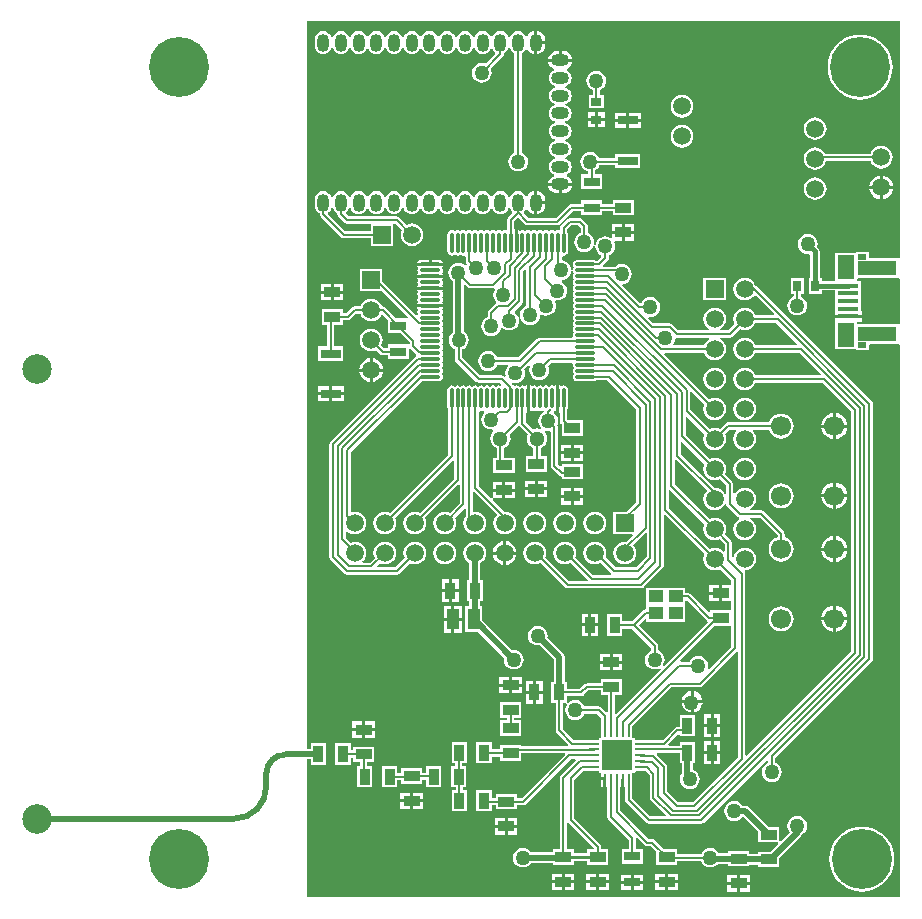
<source format=gtl>
%FSLAX25Y25*%
%MOIN*%
G70*
G01*
G75*
G04 Layer_Physical_Order=1*
G04 Layer_Color=255*
%ADD10C,0.01969*%
%ADD11C,0.01000*%
%ADD12R,0.05512X0.03543*%
%ADD13R,0.03543X0.05512*%
%ADD14R,0.04016X0.07008*%
%ADD15R,0.06693X0.03150*%
%ADD16R,0.02756X0.03543*%
%ADD17R,0.05512X0.03150*%
%ADD18O,0.03740X0.00906*%
%ADD19R,0.03740X0.00906*%
%ADD20R,0.00906X0.03740*%
%ADD21R,0.09843X0.09843*%
%ADD22R,0.02756X0.02165*%
%ADD23R,0.12795X0.05118*%
%ADD24R,0.07087X0.01772*%
%ADD25R,0.05709X0.07874*%
%ADD26R,0.03543X0.02756*%
%ADD27R,0.04724X0.04331*%
%ADD28O,0.01181X0.06890*%
%ADD29O,0.06890X0.01181*%
G04:AMPARAMS|DCode=30|XSize=60mil|YSize=40mil|CornerRadius=19.8mil|HoleSize=0mil|Usage=FLASHONLY|Rotation=270.000|XOffset=0mil|YOffset=0mil|HoleType=Round|Shape=RoundedRectangle|*
%AMROUNDEDRECTD30*
21,1,0.06000,0.00040,0,0,270.0*
21,1,0.02040,0.04000,0,0,270.0*
1,1,0.03960,-0.00020,-0.01020*
1,1,0.03960,-0.00020,0.01020*
1,1,0.03960,0.00020,0.01020*
1,1,0.03960,0.00020,-0.01020*
%
%ADD30ROUNDEDRECTD30*%
G04:AMPARAMS|DCode=31|XSize=60mil|YSize=40mil|CornerRadius=19.8mil|HoleSize=0mil|Usage=FLASHONLY|Rotation=180.000|XOffset=0mil|YOffset=0mil|HoleType=Round|Shape=RoundedRectangle|*
%AMROUNDEDRECTD31*
21,1,0.06000,0.00040,0,0,180.0*
21,1,0.02040,0.04000,0,0,180.0*
1,1,0.03960,-0.01020,0.00020*
1,1,0.03960,0.01020,0.00020*
1,1,0.03960,0.01020,-0.00020*
1,1,0.03960,-0.01020,-0.00020*
%
%ADD31ROUNDEDRECTD31*%
%ADD32C,0.00787*%
%ADD33C,0.01500*%
%ADD34C,0.05906*%
%ADD35R,0.05906X0.05906*%
%ADD36C,0.20000*%
%ADD37C,0.20031*%
%ADD38O,0.04724X0.03150*%
%ADD39O,0.05118X0.03150*%
%ADD40C,0.05118*%
%ADD41C,0.09843*%
%ADD42C,0.06693*%
%ADD43R,0.05906X0.05906*%
%ADD44C,0.05000*%
%ADD45C,0.01969*%
G36*
X492687Y519716D02*
X492331Y519370D01*
X492187Y519370D01*
X482291D01*
Y521437D01*
X477961D01*
Y521142D01*
X471071D01*
Y511693D01*
X470574Y511686D01*
X466618D01*
Y512559D01*
X466020D01*
Y521547D01*
X465901Y522147D01*
X465788Y522316D01*
X465561Y522656D01*
X465165Y523052D01*
X465203Y523142D01*
X465316Y524000D01*
X465203Y524858D01*
X464872Y525658D01*
X464345Y526345D01*
X463658Y526871D01*
X462858Y527203D01*
X462000Y527316D01*
X461142Y527203D01*
X460342Y526871D01*
X459655Y526345D01*
X459129Y525658D01*
X458797Y524858D01*
X458684Y524000D01*
X458797Y523142D01*
X459129Y522342D01*
X459655Y521655D01*
X460342Y521129D01*
X461142Y520797D01*
X462000Y520684D01*
X462385Y520735D01*
X462885Y520296D01*
Y512559D01*
X462287D01*
Y507441D01*
X466618D01*
Y508551D01*
X471169D01*
Y508445D01*
Y505886D01*
Y503327D01*
Y501768D01*
X470957D01*
Y500382D01*
X480043D01*
Y501768D01*
X479831D01*
Y503327D01*
Y505886D01*
Y508445D01*
Y511791D01*
X478354D01*
Y512324D01*
X478708Y512677D01*
X492187D01*
X492331Y512677D01*
X492687Y512331D01*
Y497669D01*
X492331Y497323D01*
X492187Y497323D01*
X478354D01*
Y497996D01*
X480043D01*
Y499382D01*
X470957D01*
Y497996D01*
X471071D01*
Y488858D01*
X477961D01*
Y488563D01*
X482291D01*
Y490276D01*
X482645Y490630D01*
X492187D01*
X492331Y490630D01*
X492687Y490284D01*
Y306313D01*
X295000D01*
Y352194D01*
X296307D01*
Y350457D01*
X301425D01*
Y357543D01*
X296307D01*
Y355806D01*
X295000D01*
Y598187D01*
X492687D01*
Y519716D01*
D02*
G37*
%LPC*%
G36*
X388866Y396524D02*
X386595D01*
Y393268D01*
X388866D01*
Y396524D01*
D02*
G37*
G36*
X392138D02*
X389866D01*
Y393268D01*
X392138D01*
Y396524D01*
D02*
G37*
G36*
X396000Y387429D02*
X392744D01*
Y385157D01*
X396000D01*
Y387429D01*
D02*
G37*
G36*
X400256D02*
X397000D01*
Y385157D01*
X400256D01*
Y387429D01*
D02*
G37*
G36*
X343205Y398500D02*
X340697D01*
Y394496D01*
X343205D01*
Y398500D01*
D02*
G37*
G36*
X388866Y400779D02*
X386595D01*
Y397524D01*
X388866D01*
Y400779D01*
D02*
G37*
G36*
X392138D02*
X389866D01*
Y397524D01*
X392138D01*
Y400779D01*
D02*
G37*
G36*
X343205Y403504D02*
X340697D01*
Y399500D01*
X343205D01*
Y403504D01*
D02*
G37*
G36*
X346713Y398500D02*
X344205D01*
Y394496D01*
X346713D01*
Y398500D01*
D02*
G37*
G36*
X351000Y424772D02*
X350024Y424644D01*
X349114Y424267D01*
X348333Y423667D01*
X347733Y422886D01*
X347356Y421976D01*
X347228Y421000D01*
X347356Y420024D01*
X347733Y419114D01*
X348333Y418332D01*
X349114Y417733D01*
X349194Y417700D01*
Y412043D01*
X348575D01*
Y404957D01*
X349194D01*
Y403291D01*
X347917D01*
Y394709D01*
X352237D01*
X360773Y386173D01*
X360684Y385500D01*
X360797Y384642D01*
X361128Y383842D01*
X361655Y383155D01*
X362342Y382628D01*
X363142Y382297D01*
X364000Y382184D01*
X364858Y382297D01*
X365658Y382628D01*
X366345Y383155D01*
X366872Y383842D01*
X367203Y384642D01*
X367316Y385500D01*
X367203Y386358D01*
X366872Y387158D01*
X366345Y387845D01*
X365658Y388371D01*
X364858Y388703D01*
X364000Y388816D01*
X363327Y388727D01*
X353508Y398547D01*
Y403291D01*
X352806D01*
Y404957D01*
X353693D01*
Y412043D01*
X352806D01*
Y417700D01*
X352886Y417733D01*
X353667Y418332D01*
X354267Y419114D01*
X354644Y420024D01*
X354772Y421000D01*
X354644Y421976D01*
X354267Y422886D01*
X353667Y423667D01*
X352886Y424267D01*
X351976Y424644D01*
X351000Y424772D01*
D02*
G37*
G36*
X366756Y376496D02*
X363500D01*
Y374224D01*
X366756D01*
Y376496D01*
D02*
G37*
G36*
X370366Y378279D02*
X368094D01*
Y375024D01*
X370366D01*
Y378279D01*
D02*
G37*
G36*
X373638Y374024D02*
X371366D01*
Y370768D01*
X373638D01*
Y374024D01*
D02*
G37*
G36*
X362500Y376496D02*
X359244D01*
Y374224D01*
X362500D01*
Y376496D01*
D02*
G37*
G36*
X373638Y378279D02*
X371366D01*
Y375024D01*
X373638D01*
Y378279D01*
D02*
G37*
G36*
X396000Y384157D02*
X392744D01*
Y381886D01*
X396000D01*
Y384157D01*
D02*
G37*
G36*
X400256D02*
X397000D01*
Y381886D01*
X400256D01*
Y384157D01*
D02*
G37*
G36*
X362500Y379768D02*
X359244D01*
Y377496D01*
X362500D01*
Y379768D01*
D02*
G37*
G36*
X366756D02*
X363500D01*
Y377496D01*
X366756D01*
Y379768D01*
D02*
G37*
G36*
X381000Y434772D02*
X380024Y434644D01*
X379114Y434267D01*
X378332Y433668D01*
X377733Y432886D01*
X377356Y431976D01*
X377228Y431000D01*
X377356Y430024D01*
X377733Y429114D01*
X378332Y428333D01*
X379114Y427733D01*
X380024Y427356D01*
X381000Y427228D01*
X381976Y427356D01*
X382886Y427733D01*
X383667Y428333D01*
X384267Y429114D01*
X384644Y430024D01*
X384772Y431000D01*
X384644Y431976D01*
X384267Y432886D01*
X383667Y433668D01*
X382886Y434267D01*
X381976Y434644D01*
X381000Y434772D01*
D02*
G37*
G36*
X391000D02*
X390024Y434644D01*
X389114Y434267D01*
X388333Y433668D01*
X387733Y432886D01*
X387356Y431976D01*
X387228Y431000D01*
X387356Y430024D01*
X387733Y429114D01*
X388333Y428333D01*
X389114Y427733D01*
X390024Y427356D01*
X391000Y427228D01*
X391976Y427356D01*
X392886Y427733D01*
X393668Y428333D01*
X394267Y429114D01*
X394644Y430024D01*
X394772Y431000D01*
X394644Y431976D01*
X394267Y432886D01*
X393668Y433668D01*
X392886Y434267D01*
X391976Y434644D01*
X391000Y434772D01*
D02*
G37*
G36*
X371000D02*
X370024Y434644D01*
X369114Y434267D01*
X368333Y433668D01*
X367733Y432886D01*
X367356Y431976D01*
X367228Y431000D01*
X367356Y430024D01*
X367733Y429114D01*
X368333Y428333D01*
X369114Y427733D01*
X370024Y427356D01*
X371000Y427228D01*
X371976Y427356D01*
X372886Y427733D01*
X373668Y428333D01*
X374267Y429114D01*
X374644Y430024D01*
X374772Y431000D01*
X374644Y431976D01*
X374267Y432886D01*
X373668Y433668D01*
X372886Y434267D01*
X371976Y434644D01*
X371000Y434772D01*
D02*
G37*
G36*
X360500Y424921D02*
X359968Y424851D01*
X359007Y424453D01*
X358181Y423819D01*
X357547Y422993D01*
X357149Y422032D01*
X357079Y421500D01*
X360500D01*
Y424921D01*
D02*
G37*
G36*
X361500D02*
Y421500D01*
X364921D01*
X364851Y422032D01*
X364453Y422993D01*
X363819Y423819D01*
X362993Y424453D01*
X362032Y424851D01*
X361500Y424921D01*
D02*
G37*
G36*
X371000Y441866D02*
X367744D01*
Y439595D01*
X371000D01*
Y441866D01*
D02*
G37*
G36*
X375256D02*
X372000D01*
Y439595D01*
X375256D01*
Y441866D01*
D02*
G37*
G36*
X364512Y441504D02*
X361256D01*
Y439232D01*
X364512D01*
Y441504D01*
D02*
G37*
G36*
X383000Y439366D02*
X379744D01*
Y437094D01*
X383000D01*
Y439366D01*
D02*
G37*
G36*
X387256D02*
X384000D01*
Y437094D01*
X387256D01*
Y439366D01*
D02*
G37*
G36*
X432500Y407134D02*
X429244D01*
Y404862D01*
X432500D01*
Y407134D01*
D02*
G37*
G36*
Y410405D02*
X429244D01*
Y408134D01*
X432500D01*
Y410405D01*
D02*
G37*
G36*
X345638Y408000D02*
X343366D01*
Y404744D01*
X345638D01*
Y408000D01*
D02*
G37*
G36*
X346713Y403504D02*
X344205D01*
Y399500D01*
X346713D01*
Y403504D01*
D02*
G37*
G36*
X342366Y408000D02*
X340094D01*
Y404744D01*
X342366D01*
Y408000D01*
D02*
G37*
G36*
X364921Y420500D02*
X361500D01*
Y417079D01*
X362032Y417149D01*
X362993Y417547D01*
X363819Y418181D01*
X364453Y419007D01*
X364851Y419968D01*
X364921Y420500D01*
D02*
G37*
G36*
X341000Y424772D02*
X340024Y424644D01*
X339114Y424267D01*
X338333Y423667D01*
X337733Y422886D01*
X337356Y421976D01*
X337228Y421000D01*
X337356Y420024D01*
X337733Y419114D01*
X338333Y418332D01*
X339114Y417733D01*
X340024Y417356D01*
X341000Y417228D01*
X341976Y417356D01*
X342886Y417733D01*
X343668Y418332D01*
X344267Y419114D01*
X344644Y420024D01*
X344772Y421000D01*
X344644Y421976D01*
X344267Y422886D01*
X343668Y423667D01*
X342886Y424267D01*
X341976Y424644D01*
X341000Y424772D01*
D02*
G37*
G36*
X360500Y420500D02*
X357079D01*
X357149Y419968D01*
X357547Y419007D01*
X358181Y418181D01*
X359007Y417547D01*
X359968Y417149D01*
X360500Y417079D01*
Y420500D01*
D02*
G37*
G36*
X342366Y412256D02*
X340094D01*
Y409000D01*
X342366D01*
Y412256D01*
D02*
G37*
G36*
X345638D02*
X343366D01*
Y409000D01*
X345638D01*
Y412256D01*
D02*
G37*
G36*
X442756Y313638D02*
X439500D01*
Y311366D01*
X442756D01*
Y313638D01*
D02*
G37*
G36*
X403000Y313768D02*
X399744D01*
Y311693D01*
X403000D01*
Y313768D01*
D02*
G37*
G36*
X407256Y310693D02*
X404000D01*
Y308618D01*
X407256D01*
Y310693D01*
D02*
G37*
G36*
X438500Y313638D02*
X435244D01*
Y311366D01*
X438500D01*
Y313638D01*
D02*
G37*
G36*
X407256Y313768D02*
X404000D01*
Y311693D01*
X407256D01*
Y313768D01*
D02*
G37*
G36*
X380000Y314161D02*
X376744D01*
Y311890D01*
X380000D01*
Y314161D01*
D02*
G37*
G36*
X384256D02*
X381000D01*
Y311890D01*
X384256D01*
Y314161D01*
D02*
G37*
G36*
X391500Y314138D02*
X388244D01*
Y311866D01*
X391500D01*
Y314138D01*
D02*
G37*
G36*
X395756D02*
X392500D01*
Y311866D01*
X395756D01*
Y314138D01*
D02*
G37*
G36*
X403000Y310693D02*
X399744D01*
Y308618D01*
X403000D01*
Y310693D01*
D02*
G37*
G36*
X480000Y329821D02*
X478307Y329688D01*
X476656Y329291D01*
X475087Y328641D01*
X473640Y327754D01*
X472349Y326651D01*
X471246Y325360D01*
X470359Y323913D01*
X469709Y322344D01*
X469312Y320693D01*
X469179Y319000D01*
X469312Y317307D01*
X469709Y315656D01*
X470359Y314088D01*
X471246Y312640D01*
X472349Y311349D01*
X473640Y310246D01*
X475087Y309359D01*
X476656Y308709D01*
X478307Y308313D01*
X480000Y308179D01*
X481693Y308313D01*
X483344Y308709D01*
X484912Y309359D01*
X486360Y310246D01*
X487651Y311349D01*
X488754Y312640D01*
X489641Y314088D01*
X490291Y315656D01*
X490688Y317307D01*
X490821Y319000D01*
X490688Y320693D01*
X490291Y322344D01*
X489641Y323913D01*
X488754Y325360D01*
X487651Y326651D01*
X486360Y327754D01*
X484912Y328641D01*
X483344Y329291D01*
X481693Y329688D01*
X480000Y329821D01*
D02*
G37*
G36*
X391500Y310866D02*
X388244D01*
Y308594D01*
X391500D01*
Y310866D01*
D02*
G37*
G36*
X438500Y310366D02*
X435244D01*
Y308095D01*
X438500D01*
Y310366D01*
D02*
G37*
G36*
X442756D02*
X439500D01*
Y308095D01*
X442756D01*
Y310366D01*
D02*
G37*
G36*
X395756Y310866D02*
X392500D01*
Y308594D01*
X395756D01*
Y310866D01*
D02*
G37*
G36*
X414500Y310890D02*
X411244D01*
Y308618D01*
X414500D01*
Y310890D01*
D02*
G37*
G36*
X418756D02*
X415500D01*
Y308618D01*
X418756D01*
Y310890D01*
D02*
G37*
G36*
X380000D02*
X376744D01*
Y308618D01*
X380000D01*
Y310890D01*
D02*
G37*
G36*
X384256D02*
X381000D01*
Y308618D01*
X384256D01*
Y310890D01*
D02*
G37*
G36*
X414500Y314161D02*
X411244D01*
Y311890D01*
X414500D01*
Y314161D01*
D02*
G37*
G36*
X339925Y350043D02*
X334807D01*
Y347838D01*
X333543D01*
Y349193D01*
X326457D01*
Y347704D01*
X325193D01*
Y350043D01*
X320075D01*
Y342957D01*
X325193D01*
Y345296D01*
X326457D01*
Y344075D01*
X333543D01*
Y345430D01*
X334807D01*
Y342957D01*
X339925D01*
Y350043D01*
D02*
G37*
G36*
X313500Y361634D02*
X310244D01*
Y359362D01*
X313500D01*
Y361634D01*
D02*
G37*
G36*
X393917Y345295D02*
X392965D01*
Y342925D01*
X393917D01*
Y345295D01*
D02*
G37*
G36*
X309693Y357543D02*
X304575D01*
Y350457D01*
X309693D01*
Y352796D01*
X310457D01*
Y351307D01*
X312796D01*
Y350043D01*
X311807D01*
Y342957D01*
X316925D01*
Y350043D01*
X315204D01*
Y351307D01*
X317543D01*
Y356425D01*
X310457D01*
Y355204D01*
X309693D01*
Y357543D01*
D02*
G37*
G36*
X317756Y361634D02*
X314500D01*
Y359362D01*
X317756D01*
Y361634D01*
D02*
G37*
G36*
Y364906D02*
X314500D01*
Y362634D01*
X317756D01*
Y364906D01*
D02*
G37*
G36*
X370366Y374024D02*
X368094D01*
Y370768D01*
X370366D01*
Y374024D01*
D02*
G37*
G36*
X366543Y371287D02*
X359457D01*
Y366169D01*
X361796D01*
Y365193D01*
X359457D01*
Y360075D01*
X366543D01*
Y365193D01*
X364204D01*
Y366169D01*
X366543D01*
Y371287D01*
D02*
G37*
G36*
X313500Y364906D02*
X310244D01*
Y362634D01*
X313500D01*
Y364906D01*
D02*
G37*
G36*
X333756Y341138D02*
X330500D01*
Y338866D01*
X333756D01*
Y341138D01*
D02*
G37*
G36*
X365256Y329366D02*
X362000D01*
Y327095D01*
X365256D01*
Y329366D01*
D02*
G37*
G36*
X361000Y332638D02*
X357744D01*
Y330366D01*
X361000D01*
Y332638D01*
D02*
G37*
G36*
X418756Y314161D02*
X415500D01*
Y311890D01*
X418756D01*
Y314161D01*
D02*
G37*
G36*
X361000Y329366D02*
X357744D01*
Y327095D01*
X361000D01*
Y329366D01*
D02*
G37*
G36*
X365256Y332638D02*
X362000D01*
Y330366D01*
X365256D01*
Y332638D01*
D02*
G37*
G36*
X333756Y337866D02*
X330500D01*
Y335595D01*
X333756D01*
Y337866D01*
D02*
G37*
G36*
X329500Y341138D02*
X326244D01*
Y338866D01*
X329500D01*
Y341138D01*
D02*
G37*
G36*
X348425Y358043D02*
X343307D01*
Y350957D01*
X344430D01*
Y350043D01*
X343075D01*
Y342957D01*
X344662D01*
Y342043D01*
X343307D01*
Y334957D01*
X348425D01*
Y342043D01*
X347071D01*
Y342957D01*
X348193D01*
Y350043D01*
X346838D01*
Y350957D01*
X348425D01*
Y358043D01*
D02*
G37*
G36*
X329500Y337866D02*
X326244D01*
Y335595D01*
X329500D01*
Y337866D01*
D02*
G37*
G36*
X383000Y442638D02*
X379744D01*
Y440366D01*
X383000D01*
Y442638D01*
D02*
G37*
G36*
X379008Y543386D02*
X375545D01*
X375585Y543088D01*
X375885Y542363D01*
X376362Y541741D01*
X376985Y541263D01*
X377710Y540963D01*
X378488Y540861D01*
X379008D01*
Y543386D01*
D02*
G37*
G36*
X370858Y541786D02*
X370560Y541747D01*
X369835Y541446D01*
X369213Y540969D01*
X368735Y540346D01*
X368561Y539925D01*
X368020Y539925D01*
X367890Y540239D01*
X367446Y540817D01*
X366868Y541261D01*
X366195Y541539D01*
X365473Y541635D01*
X365433D01*
X364710Y541539D01*
X364037Y541261D01*
X363459Y540817D01*
X363015Y540239D01*
X362760Y539623D01*
X362564Y539566D01*
X362436D01*
X362240Y539623D01*
X361985Y540239D01*
X361541Y540817D01*
X360963Y541261D01*
X360290Y541539D01*
X359567Y541635D01*
X359527D01*
X358805Y541539D01*
X358132Y541261D01*
X357554Y540817D01*
X357110Y540239D01*
X356855Y539623D01*
X356661Y539566D01*
X356528D01*
X356334Y539623D01*
X356079Y540239D01*
X355635Y540817D01*
X355057Y541261D01*
X354384Y541539D01*
X353662Y541635D01*
X353622D01*
X352899Y541539D01*
X352226Y541261D01*
X351648Y540817D01*
X351204Y540239D01*
X350949Y539623D01*
X350753Y539566D01*
X350625D01*
X350429Y539623D01*
X350174Y540239D01*
X349730Y540817D01*
X349152Y541261D01*
X348479Y541539D01*
X347756Y541635D01*
X347716D01*
X346994Y541539D01*
X346321Y541261D01*
X345743Y540817D01*
X345299Y540239D01*
X345044Y539623D01*
X344850Y539566D01*
X344717D01*
X344523Y539623D01*
X344268Y540239D01*
X343824Y540817D01*
X343246Y541261D01*
X342573Y541539D01*
X341851Y541635D01*
X341811D01*
X341088Y541539D01*
X340415Y541261D01*
X339837Y540817D01*
X339393Y540239D01*
X339138Y539623D01*
X338945Y539566D01*
X338811D01*
X338618Y539623D01*
X338362Y540239D01*
X337919Y540817D01*
X337341Y541261D01*
X336667Y541539D01*
X335945Y541635D01*
X335905D01*
X335183Y541539D01*
X334509Y541261D01*
X333931Y540817D01*
X333488Y540239D01*
X333233Y539623D01*
X333036Y539566D01*
X332908D01*
X332712Y539623D01*
X332457Y540239D01*
X332013Y540817D01*
X331435Y541261D01*
X330762Y541539D01*
X330040Y541635D01*
X330000D01*
X329277Y541539D01*
X328604Y541261D01*
X328026Y540817D01*
X327582Y540239D01*
X327304Y539566D01*
X326808D01*
X326529Y540239D01*
X326086Y540817D01*
X325508Y541261D01*
X324834Y541539D01*
X324112Y541635D01*
X324072D01*
X323350Y541539D01*
X322676Y541261D01*
X322098Y540817D01*
X321655Y540239D01*
X321403Y539632D01*
X321142Y539573D01*
X320881Y539632D01*
X320629Y540239D01*
X320186Y540817D01*
X319608Y541261D01*
X318934Y541539D01*
X318212Y541635D01*
X318172D01*
X317450Y541539D01*
X316776Y541261D01*
X316198Y540817D01*
X315755Y540239D01*
X315503Y539632D01*
X315242Y539573D01*
X314981Y539632D01*
X314729Y540239D01*
X314286Y540817D01*
X313708Y541261D01*
X313035Y541539D01*
X312312Y541635D01*
X312272D01*
X311550Y541539D01*
X310876Y541261D01*
X310298Y540817D01*
X309855Y540239D01*
X309603Y539632D01*
X309342Y539573D01*
X309081Y539632D01*
X308829Y540239D01*
X308386Y540817D01*
X307808Y541261D01*
X307135Y541539D01*
X306412Y541635D01*
X306372D01*
X305650Y541539D01*
X304977Y541261D01*
X304398Y540817D01*
X303955Y540239D01*
X303703Y539632D01*
X303442Y539573D01*
X303181Y539632D01*
X302929Y540239D01*
X302486Y540817D01*
X301908Y541261D01*
X301235Y541539D01*
X300512Y541635D01*
X300472D01*
X299750Y541539D01*
X299077Y541261D01*
X298498Y540817D01*
X298055Y540239D01*
X297776Y539566D01*
X297681Y538843D01*
Y536803D01*
X297776Y536081D01*
X298055Y535408D01*
X298498Y534830D01*
X299077Y534386D01*
X299288Y534298D01*
Y534008D01*
X299288Y534008D01*
X299379Y533547D01*
X299641Y533156D01*
X306495Y526302D01*
X306495Y526302D01*
X306729Y526146D01*
X306886Y526041D01*
X307346Y525949D01*
X316311D01*
Y523414D01*
X323791D01*
Y530796D01*
X324501D01*
X326630Y528667D01*
X326407Y528130D01*
X326279Y527154D01*
X326407Y526177D01*
X326784Y525267D01*
X327384Y524486D01*
X328165Y523887D01*
X329075Y523510D01*
X330051Y523381D01*
X331028Y523510D01*
X331937Y523887D01*
X332719Y524486D01*
X333318Y525267D01*
X333695Y526177D01*
X333824Y527154D01*
X333695Y528130D01*
X333318Y529040D01*
X332719Y529821D01*
X331937Y530421D01*
X331028Y530797D01*
X330051Y530926D01*
X329075Y530797D01*
X328248Y530455D01*
X325851Y532852D01*
X325461Y533113D01*
X325000Y533204D01*
X325000Y533204D01*
X308999D01*
X308081Y534122D01*
X308114Y534621D01*
X308386Y534830D01*
X308829Y535408D01*
X309081Y536015D01*
X309342Y536073D01*
X309603Y536015D01*
X309855Y535408D01*
X310298Y534830D01*
X310876Y534386D01*
X311550Y534107D01*
X312272Y534012D01*
X312312D01*
X313035Y534107D01*
X313708Y534386D01*
X314286Y534830D01*
X314729Y535408D01*
X314981Y536015D01*
X315242Y536073D01*
X315503Y536015D01*
X315755Y535408D01*
X316198Y534830D01*
X316776Y534386D01*
X317450Y534107D01*
X318172Y534012D01*
X318212D01*
X318934Y534107D01*
X319608Y534386D01*
X320186Y534830D01*
X320629Y535408D01*
X320881Y536015D01*
X321142Y536073D01*
X321403Y536015D01*
X321655Y535408D01*
X322098Y534830D01*
X322676Y534386D01*
X323350Y534107D01*
X324072Y534012D01*
X324112D01*
X324834Y534107D01*
X325508Y534386D01*
X326086Y534830D01*
X326529Y535408D01*
X326808Y536081D01*
X327304D01*
X327582Y535408D01*
X328026Y534830D01*
X328604Y534386D01*
X329277Y534107D01*
X330000Y534012D01*
X330040D01*
X330762Y534107D01*
X331435Y534386D01*
X332013Y534830D01*
X332457Y535408D01*
X332712Y536024D01*
X332908Y536081D01*
X333036D01*
X333233Y536024D01*
X333488Y535408D01*
X333931Y534830D01*
X334509Y534386D01*
X335183Y534107D01*
X335905Y534012D01*
X335945D01*
X336667Y534107D01*
X337341Y534386D01*
X337919Y534830D01*
X338362Y535408D01*
X338618Y536024D01*
X338811Y536081D01*
X338945D01*
X339138Y536024D01*
X339393Y535408D01*
X339837Y534830D01*
X340415Y534386D01*
X341088Y534107D01*
X341811Y534012D01*
X341851D01*
X342573Y534107D01*
X343246Y534386D01*
X343824Y534830D01*
X344268Y535408D01*
X344523Y536024D01*
X344717Y536081D01*
X344850D01*
X345044Y536024D01*
X345299Y535408D01*
X345743Y534830D01*
X346321Y534386D01*
X346994Y534107D01*
X347716Y534012D01*
X347756D01*
X348479Y534107D01*
X349152Y534386D01*
X349730Y534830D01*
X350174Y535408D01*
X350429Y536024D01*
X350625Y536081D01*
X350753D01*
X350949Y536024D01*
X351204Y535408D01*
X351648Y534830D01*
X352226Y534386D01*
X352899Y534107D01*
X353622Y534012D01*
X353662D01*
X354384Y534107D01*
X355057Y534386D01*
X355635Y534830D01*
X356079Y535408D01*
X356334Y536024D01*
X356528Y536081D01*
X356661D01*
X356855Y536024D01*
X357110Y535408D01*
X357554Y534830D01*
X358132Y534386D01*
X358805Y534107D01*
X359527Y534012D01*
X359567D01*
X360290Y534107D01*
X360963Y534386D01*
X361541Y534830D01*
X361985Y535408D01*
X362240Y536024D01*
X362436Y536081D01*
X362564D01*
X362760Y536024D01*
X363015Y535408D01*
X363459Y534830D01*
X363536Y534770D01*
X363568Y534272D01*
X362133Y532836D01*
X361872Y532445D01*
X361780Y531984D01*
X361780Y531984D01*
Y528942D01*
X361280Y528592D01*
X361016Y528645D01*
X360478Y528538D01*
X360032Y528240D01*
X359585Y528538D01*
X359047Y528645D01*
X358510Y528538D01*
X358063Y528240D01*
X357616Y528538D01*
X357079Y528645D01*
X356541Y528538D01*
X356095Y528240D01*
X355648Y528538D01*
X355110Y528645D01*
X354573Y528538D01*
X354126Y528240D01*
X353679Y528538D01*
X353142Y528645D01*
X352604Y528538D01*
X352158Y528240D01*
X351711Y528538D01*
X351173Y528645D01*
X350636Y528538D01*
X350189Y528240D01*
X349743Y528538D01*
X349205Y528645D01*
X348667Y528538D01*
X348221Y528240D01*
X347774Y528538D01*
X347236Y528645D01*
X346699Y528538D01*
X346252Y528240D01*
X345806Y528538D01*
X345268Y528645D01*
X344730Y528538D01*
X344284Y528240D01*
X343837Y528538D01*
X343299Y528645D01*
X342762Y528538D01*
X342306Y528234D01*
X342001Y527778D01*
X341895Y527240D01*
Y521531D01*
X342001Y520994D01*
X342306Y520538D01*
X342762Y520233D01*
X343299Y520126D01*
X343837Y520233D01*
X344284Y520532D01*
X344730Y520233D01*
X345268Y520126D01*
X345806Y520233D01*
X346252Y520532D01*
X346699Y520233D01*
X347236Y520126D01*
X347501Y520179D01*
X348001Y519829D01*
Y518295D01*
X348001Y518295D01*
X348092Y517834D01*
X348339Y517466D01*
X348312Y517332D01*
X348218Y517076D01*
X347706Y516951D01*
X347158Y517372D01*
X346358Y517703D01*
X345500Y517816D01*
X344642Y517703D01*
X343842Y517372D01*
X343155Y516845D01*
X342629Y516158D01*
X342297Y515358D01*
X342184Y514500D01*
X342297Y513642D01*
X342629Y512842D01*
X343155Y512155D01*
X343694Y511742D01*
Y494616D01*
X343340Y494345D01*
X342813Y493658D01*
X342481Y492858D01*
X342369Y492000D01*
X342481Y491142D01*
X342813Y490342D01*
X343340Y489655D01*
X344026Y489128D01*
X344480Y488940D01*
Y485613D01*
X344480Y485613D01*
X344572Y485152D01*
X344833Y484761D01*
X351445Y478149D01*
X351836Y477887D01*
X352297Y477796D01*
X352297Y477796D01*
X359491D01*
X359858Y477429D01*
X359753Y476826D01*
X359602Y476755D01*
X359585Y476766D01*
X359047Y476873D01*
X358510Y476766D01*
X358063Y476468D01*
X357616Y476766D01*
X357079Y476873D01*
X356541Y476766D01*
X356095Y476468D01*
X355648Y476766D01*
X355110Y476873D01*
X354573Y476766D01*
X354126Y476468D01*
X353679Y476766D01*
X353142Y476873D01*
X352604Y476766D01*
X352158Y476468D01*
X351711Y476766D01*
X351173Y476873D01*
X350636Y476766D01*
X350189Y476468D01*
X349743Y476766D01*
X349205Y476873D01*
X348667Y476766D01*
X348221Y476468D01*
X347774Y476766D01*
X347236Y476873D01*
X346699Y476766D01*
X346252Y476468D01*
X345806Y476766D01*
X345268Y476873D01*
X344730Y476766D01*
X344284Y476468D01*
X343837Y476766D01*
X343299Y476873D01*
X342762Y476766D01*
X342306Y476462D01*
X342001Y476006D01*
X341895Y475468D01*
Y469760D01*
X342001Y469222D01*
X342095Y469082D01*
Y453798D01*
X322658Y434361D01*
X321976Y434644D01*
X321000Y434772D01*
X320024Y434644D01*
X319114Y434267D01*
X318333Y433668D01*
X317733Y432886D01*
X317356Y431976D01*
X317228Y431000D01*
X317356Y430024D01*
X317733Y429114D01*
X318333Y428333D01*
X319114Y427733D01*
X320024Y427356D01*
X321000Y427228D01*
X321976Y427356D01*
X322886Y427733D01*
X323668Y428333D01*
X324267Y429114D01*
X324644Y430024D01*
X324772Y431000D01*
X324644Y431976D01*
X324361Y432658D01*
X343602Y451899D01*
X344064Y451707D01*
Y445767D01*
X332658Y434361D01*
X331976Y434644D01*
X331000Y434772D01*
X330024Y434644D01*
X329114Y434267D01*
X328332Y433668D01*
X327733Y432886D01*
X327356Y431976D01*
X327228Y431000D01*
X327356Y430024D01*
X327733Y429114D01*
X328332Y428333D01*
X329114Y427733D01*
X330024Y427356D01*
X331000Y427228D01*
X331976Y427356D01*
X332886Y427733D01*
X333667Y428333D01*
X334267Y429114D01*
X334644Y430024D01*
X334772Y431000D01*
X334644Y431976D01*
X334361Y432658D01*
X345570Y443867D01*
X346032Y443676D01*
Y437735D01*
X342658Y434361D01*
X341976Y434644D01*
X341000Y434772D01*
X340024Y434644D01*
X339114Y434267D01*
X338333Y433668D01*
X337733Y432886D01*
X337356Y431976D01*
X337228Y431000D01*
X337356Y430024D01*
X337733Y429114D01*
X338333Y428333D01*
X339114Y427733D01*
X340024Y427356D01*
X341000Y427228D01*
X341976Y427356D01*
X342886Y427733D01*
X343668Y428333D01*
X344267Y429114D01*
X344644Y430024D01*
X344772Y431000D01*
X344644Y431976D01*
X344361Y432658D01*
X347539Y435836D01*
X348001Y435644D01*
Y433235D01*
X347733Y432886D01*
X347356Y431976D01*
X347228Y431000D01*
X347356Y430024D01*
X347733Y429114D01*
X348333Y428333D01*
X349114Y427733D01*
X350024Y427356D01*
X351000Y427228D01*
X351976Y427356D01*
X352886Y427733D01*
X353667Y428333D01*
X354267Y429114D01*
X354644Y430024D01*
X354772Y431000D01*
X354644Y431976D01*
X354267Y432886D01*
X353667Y433668D01*
X352886Y434267D01*
X351976Y434644D01*
X351000Y434772D01*
X350785Y434744D01*
X350409Y435074D01*
Y441235D01*
X350871Y441426D01*
X358351Y433946D01*
X358332Y433668D01*
X357733Y432886D01*
X357356Y431976D01*
X357228Y431000D01*
X357356Y430024D01*
X357733Y429114D01*
X358332Y428333D01*
X359114Y427733D01*
X360024Y427356D01*
X361000Y427228D01*
X361976Y427356D01*
X362886Y427733D01*
X363667Y428333D01*
X364267Y429114D01*
X364644Y430024D01*
X364772Y431000D01*
X364644Y431976D01*
X364267Y432886D01*
X363667Y433668D01*
X362886Y434267D01*
X361976Y434644D01*
X361000Y434772D01*
X360939Y434764D01*
X356950Y438753D01*
X356999Y438856D01*
X356999Y438856D01*
X357119Y439109D01*
X357146Y439165D01*
X357166Y439208D01*
X357178Y439232D01*
X357212D01*
X357248D01*
X357426Y439232D01*
X357462D01*
X357462D01*
X360256D01*
Y441504D01*
X357000D01*
Y439694D01*
Y439694D01*
X357000Y439659D01*
X357000Y439480D01*
Y439445D01*
Y439410D01*
X356976Y439399D01*
X356933Y439378D01*
X356877Y439352D01*
X356624Y439231D01*
X356624D01*
X356521Y439182D01*
X352378Y443325D01*
Y468058D01*
X352878Y468407D01*
X353142Y468355D01*
X353679Y468462D01*
X353843Y468571D01*
X354128Y468434D01*
X354185Y467867D01*
X354155Y467845D01*
X353628Y467158D01*
X353297Y466358D01*
X353184Y465500D01*
X353297Y464642D01*
X353628Y463842D01*
X354155Y463155D01*
X354842Y462629D01*
X355642Y462297D01*
X356500Y462184D01*
X356849Y462230D01*
X357389Y461805D01*
X357398Y461730D01*
X357175Y461560D01*
X356639Y460860D01*
X356301Y460046D01*
X356186Y459173D01*
X356301Y458299D01*
X356639Y457485D01*
X357175Y456786D01*
X357874Y456250D01*
X358357Y456049D01*
Y452831D01*
X357213D01*
Y447713D01*
X364299D01*
Y452831D01*
X360766D01*
Y456049D01*
X361249Y456250D01*
X361948Y456786D01*
X362485Y457485D01*
X362822Y458299D01*
X362937Y459173D01*
X362822Y460046D01*
X362622Y460530D01*
X365389Y463298D01*
X366028Y463229D01*
X366070Y463166D01*
X368706Y460530D01*
X368506Y460046D01*
X368391Y459173D01*
X368506Y458299D01*
X368843Y457485D01*
X369380Y456786D01*
X370079Y456250D01*
X370562Y456049D01*
Y453193D01*
X367957D01*
Y448075D01*
X375043D01*
Y453193D01*
X372971D01*
Y456049D01*
X373454Y456250D01*
X374153Y456786D01*
X374690Y457485D01*
X375027Y458299D01*
X375142Y459173D01*
X375027Y460046D01*
X374690Y460860D01*
X374267Y461411D01*
X374582Y461822D01*
X374642Y461797D01*
X375500Y461684D01*
X375920Y461739D01*
X376296Y461410D01*
Y450169D01*
X376296Y450169D01*
X376387Y449708D01*
X376648Y449318D01*
X379184Y446782D01*
X379574Y446521D01*
X379957Y446445D01*
Y445575D01*
X387043D01*
Y450693D01*
X379957D01*
Y450069D01*
X379495Y449878D01*
X378704Y450668D01*
Y463000D01*
X378704Y463000D01*
X378613Y463461D01*
X378494Y463638D01*
X378703Y464142D01*
X378816Y465000D01*
X378703Y465858D01*
X378372Y466658D01*
X377845Y467345D01*
X377534Y467583D01*
X377419Y468175D01*
X377476Y468261D01*
X377967Y468359D01*
X378112Y468262D01*
X378232Y468238D01*
Y472614D01*
Y476991D01*
X378112Y476967D01*
X377586Y476615D01*
X377568Y476588D01*
X377302Y476766D01*
X376764Y476873D01*
X376226Y476766D01*
X375780Y476468D01*
X375333Y476766D01*
X374795Y476873D01*
X374258Y476766D01*
X373811Y476468D01*
X373364Y476766D01*
X372827Y476873D01*
X372289Y476766D01*
X371843Y476468D01*
X371396Y476766D01*
X370858Y476873D01*
X370321Y476766D01*
X370054Y476588D01*
X370037Y476615D01*
X369510Y476967D01*
X369390Y476991D01*
Y472614D01*
Y468238D01*
X369510Y468262D01*
X370037Y468613D01*
X370054Y468640D01*
X370321Y468462D01*
X370858Y468355D01*
X371396Y468462D01*
X371843Y468760D01*
X372289Y468462D01*
X372827Y468355D01*
X373364Y468462D01*
X373727Y468704D01*
X374149Y468453D01*
X374119Y467986D01*
X373842Y467872D01*
X373155Y467345D01*
X372628Y466658D01*
X372297Y465858D01*
X372184Y465000D01*
X372297Y464142D01*
X372628Y463342D01*
X373037Y462810D01*
X372722Y462399D01*
X372640Y462433D01*
X371766Y462548D01*
X370893Y462433D01*
X370409Y462233D01*
X368126Y464517D01*
Y467802D01*
X368390Y468007D01*
Y472614D01*
Y476991D01*
X368269Y476967D01*
X367743Y476615D01*
X367725Y476589D01*
X367459Y476766D01*
X366921Y476873D01*
X366384Y476766D01*
X365937Y476468D01*
X365491Y476766D01*
X364953Y476873D01*
X364415Y476766D01*
X364392Y476751D01*
X364323Y476739D01*
X363734Y476912D01*
X363639Y477054D01*
X363639Y477054D01*
X363292Y477401D01*
X363575Y477825D01*
X363642Y477797D01*
X364500Y477684D01*
X365358Y477797D01*
X366158Y478128D01*
X366845Y478655D01*
X367372Y479342D01*
X367703Y480142D01*
X367816Y481000D01*
X367703Y481858D01*
X367560Y482203D01*
X369139Y483782D01*
X369563Y483499D01*
X369297Y482858D01*
X369184Y482000D01*
X369297Y481142D01*
X369629Y480342D01*
X370155Y479655D01*
X370842Y479129D01*
X371642Y478797D01*
X372500Y478684D01*
X373358Y478797D01*
X374158Y479129D01*
X374845Y479655D01*
X375372Y480342D01*
X375703Y481142D01*
X375816Y482000D01*
X375703Y482858D01*
X375515Y483312D01*
X376703Y484500D01*
X383329D01*
X383679Y484000D01*
X383627Y483736D01*
X383734Y483198D01*
X384032Y482752D01*
X383734Y482305D01*
X383627Y481768D01*
X383734Y481230D01*
X384032Y480783D01*
X383734Y480337D01*
X383627Y479799D01*
X383734Y479261D01*
X384038Y478806D01*
X384494Y478501D01*
X385032Y478394D01*
X390740D01*
X391278Y478501D01*
X391418Y478595D01*
X395202D01*
X404796Y469001D01*
Y437999D01*
X401537Y434740D01*
X397260D01*
Y427260D01*
X403404D01*
X403595Y426798D01*
X401503Y424706D01*
X401000Y424772D01*
X400024Y424644D01*
X399114Y424267D01*
X398333Y423667D01*
X397733Y422886D01*
X397356Y421976D01*
X397228Y421000D01*
X397356Y420024D01*
X397733Y419114D01*
X398333Y418332D01*
X399114Y417733D01*
X400024Y417356D01*
X401000Y417228D01*
X401976Y417356D01*
X402886Y417733D01*
X403667Y418332D01*
X404267Y419114D01*
X404644Y420024D01*
X404772Y421000D01*
X404644Y421976D01*
X404267Y422886D01*
X403756Y423553D01*
X407909Y427706D01*
X408371Y427514D01*
Y419777D01*
X404798Y416204D01*
X397999D01*
X394508Y419695D01*
X394644Y420024D01*
X394772Y421000D01*
X394644Y421976D01*
X394267Y422886D01*
X393668Y423667D01*
X392886Y424267D01*
X391976Y424644D01*
X391000Y424772D01*
X390024Y424644D01*
X389114Y424267D01*
X388333Y423667D01*
X387733Y422886D01*
X387356Y421976D01*
X387228Y421000D01*
X387356Y420024D01*
X387733Y419114D01*
X388333Y418332D01*
X389114Y417733D01*
X390024Y417356D01*
X391000Y417228D01*
X391976Y417356D01*
X392886Y417733D01*
X392987Y417810D01*
X396593Y414204D01*
X396556Y413975D01*
X396413Y413704D01*
X390499D01*
X384508Y419695D01*
X384644Y420024D01*
X384772Y421000D01*
X384644Y421976D01*
X384267Y422886D01*
X383667Y423667D01*
X382886Y424267D01*
X381976Y424644D01*
X381000Y424772D01*
X380024Y424644D01*
X379114Y424267D01*
X378332Y423667D01*
X377733Y422886D01*
X377356Y421976D01*
X377228Y421000D01*
X377356Y420024D01*
X377733Y419114D01*
X378332Y418332D01*
X379114Y417733D01*
X380024Y417356D01*
X381000Y417228D01*
X381976Y417356D01*
X382886Y417733D01*
X382987Y417810D01*
X388631Y412166D01*
X388439Y411704D01*
X382499D01*
X374508Y419695D01*
X374644Y420024D01*
X374772Y421000D01*
X374644Y421976D01*
X374267Y422886D01*
X373668Y423667D01*
X372886Y424267D01*
X371976Y424644D01*
X371000Y424772D01*
X370024Y424644D01*
X369114Y424267D01*
X368333Y423667D01*
X367733Y422886D01*
X367356Y421976D01*
X367228Y421000D01*
X367356Y420024D01*
X367733Y419114D01*
X368333Y418332D01*
X369114Y417733D01*
X370024Y417356D01*
X371000Y417228D01*
X371976Y417356D01*
X372886Y417733D01*
X372987Y417810D01*
X381149Y409649D01*
X381149Y409649D01*
X381539Y409387D01*
X382000Y409296D01*
X382000Y409296D01*
X406500D01*
X406500Y409296D01*
X406961Y409387D01*
X407351Y409649D01*
X413576Y415873D01*
X413837Y416264D01*
X413929Y416724D01*
Y433669D01*
X414391Y433861D01*
X427593Y420658D01*
X427310Y419976D01*
X427182Y419000D01*
X427310Y418024D01*
X427687Y417114D01*
X428287Y416332D01*
X429068Y415733D01*
X429978Y415356D01*
X430954Y415228D01*
X431931Y415356D01*
X432613Y415639D01*
X436546Y411705D01*
Y410405D01*
X433500D01*
Y407634D01*
Y404862D01*
X436546D01*
Y402424D01*
X436543Y401925D01*
X429457D01*
Y401400D01*
X428995Y401208D01*
X422816Y407387D01*
X422425Y407648D01*
X421965Y407740D01*
X421965Y407740D01*
X421150D01*
Y409488D01*
X414957D01*
X414850Y409488D01*
X414653D01*
X414457D01*
X414350Y409488D01*
X408157D01*
Y403583D01*
Y402228D01*
X407976D01*
X407515Y402136D01*
X407359Y402032D01*
X407125Y401875D01*
X407125Y401875D01*
X403478Y398228D01*
X400193D01*
Y400567D01*
X395075D01*
Y393480D01*
X400193D01*
Y395819D01*
X403478D01*
X409796Y389501D01*
Y388560D01*
X409342Y388371D01*
X408655Y387845D01*
X408128Y387158D01*
X407797Y386358D01*
X407684Y385500D01*
X407797Y384642D01*
X408128Y383842D01*
X408655Y383155D01*
X409342Y382628D01*
X410142Y382297D01*
X411000Y382184D01*
X411858Y382297D01*
X412658Y382628D01*
X412918Y382828D01*
X413248Y382451D01*
X398166Y367369D01*
X397704Y367561D01*
Y373831D01*
X400043D01*
Y378949D01*
X392957D01*
Y377594D01*
X388390D01*
X388390Y377594D01*
X387929Y377502D01*
X387538Y377241D01*
X387538Y377241D01*
X386025Y375728D01*
X381693D01*
Y378067D01*
X380940D01*
Y386366D01*
X380803Y387057D01*
X380411Y387644D01*
X375227Y392827D01*
X375316Y393500D01*
X375203Y394358D01*
X374871Y395158D01*
X374345Y395845D01*
X373658Y396372D01*
X372858Y396703D01*
X372000Y396816D01*
X371142Y396703D01*
X370342Y396372D01*
X369655Y395845D01*
X369128Y395158D01*
X368797Y394358D01*
X368684Y393500D01*
X368797Y392642D01*
X369128Y391842D01*
X369655Y391155D01*
X370342Y390629D01*
X371142Y390297D01*
X372000Y390184D01*
X372673Y390273D01*
X377327Y385618D01*
Y378067D01*
X376575D01*
Y370980D01*
X377930D01*
Y361866D01*
X377930Y361866D01*
X378021Y361405D01*
X378282Y361015D01*
X382131Y357166D01*
X381939Y356704D01*
X366543D01*
Y356925D01*
X359457D01*
Y355570D01*
X356693D01*
Y358043D01*
X351575D01*
Y350957D01*
X356693D01*
Y353162D01*
X359457D01*
Y351807D01*
X366543D01*
Y354296D01*
X380939D01*
X381131Y353834D01*
X366635Y339338D01*
X365043D01*
Y340693D01*
X357957D01*
Y339338D01*
X356693D01*
Y342043D01*
X351575D01*
Y334957D01*
X356693D01*
Y336930D01*
X357957D01*
Y335575D01*
X365043D01*
Y336930D01*
X367134D01*
X367134Y336930D01*
X367595Y337021D01*
X367986Y337282D01*
X383070Y352367D01*
X384510D01*
X384702Y351905D01*
X379648Y346851D01*
X379387Y346461D01*
X379296Y346000D01*
X379296Y346000D01*
Y322216D01*
X376957D01*
Y321306D01*
X369758D01*
X369345Y321845D01*
X368658Y322372D01*
X367858Y322703D01*
X367000Y322816D01*
X366142Y322703D01*
X365342Y322372D01*
X364655Y321845D01*
X364128Y321158D01*
X363797Y320358D01*
X363684Y319500D01*
X363797Y318642D01*
X364128Y317842D01*
X364655Y317155D01*
X365342Y316629D01*
X366142Y316297D01*
X367000Y316184D01*
X367858Y316297D01*
X368658Y316629D01*
X369345Y317155D01*
X369758Y317694D01*
X376957D01*
Y317098D01*
X384043D01*
Y318321D01*
X388457D01*
Y317075D01*
X395543D01*
Y322193D01*
X393204D01*
Y323000D01*
X393113Y323461D01*
X392851Y323851D01*
X392851Y323851D01*
X384204Y332499D01*
Y345501D01*
X387133Y348430D01*
X388039D01*
Y348394D01*
X392531D01*
Y347650D01*
X392965D01*
Y346295D01*
X394417D01*
Y345795D01*
X394917D01*
Y342925D01*
X395182D01*
Y333114D01*
X395182Y333114D01*
X395273Y332653D01*
X395534Y332263D01*
X402296Y325501D01*
Y322217D01*
X399957D01*
Y317492D01*
X407043D01*
Y322217D01*
X404704D01*
Y325886D01*
X404979Y326058D01*
X405194Y326103D01*
X407649Y323649D01*
X407649Y323649D01*
X408039Y323387D01*
X408500Y323296D01*
X408500Y323296D01*
X409659D01*
X411457Y321498D01*
Y317098D01*
X418543D01*
Y318296D01*
X426440D01*
X426628Y317842D01*
X427155Y317155D01*
X427842Y316629D01*
X428642Y316297D01*
X429500Y316184D01*
X430358Y316297D01*
X431158Y316629D01*
X431845Y317155D01*
X431977Y317327D01*
X435457D01*
Y316575D01*
X442543D01*
Y317060D01*
X445457D01*
Y316307D01*
X452543D01*
Y319325D01*
X459910Y326691D01*
X460249Y327198D01*
X460845Y327655D01*
X461372Y328342D01*
X461703Y329142D01*
X461816Y330000D01*
X461703Y330858D01*
X461372Y331658D01*
X460845Y332345D01*
X460158Y332872D01*
X459358Y333203D01*
X458500Y333316D01*
X457642Y333203D01*
X456842Y332872D01*
X456155Y332345D01*
X455628Y331658D01*
X455297Y330858D01*
X455184Y330000D01*
X455297Y329142D01*
X455628Y328342D01*
X455986Y327876D01*
X453043Y324934D01*
X452543Y325141D01*
Y329693D01*
X448995D01*
X442411Y336277D01*
X441825Y336669D01*
X441134Y336806D01*
X440258D01*
X439845Y337345D01*
X439158Y337872D01*
X438358Y338203D01*
X437500Y338316D01*
X436642Y338203D01*
X435842Y337872D01*
X435155Y337345D01*
X434628Y336658D01*
X434297Y335858D01*
X434184Y335000D01*
X434297Y334142D01*
X434628Y333342D01*
X435155Y332655D01*
X435842Y332129D01*
X436642Y331797D01*
X437500Y331684D01*
X438358Y331797D01*
X439158Y332129D01*
X439845Y332655D01*
X440016Y332879D01*
X440662Y332917D01*
X445457Y328122D01*
Y324575D01*
X451977D01*
X452184Y324075D01*
X449535Y321425D01*
X445457D01*
Y320673D01*
X442543D01*
Y321693D01*
X435457D01*
Y320940D01*
X432462D01*
X432372Y321158D01*
X431845Y321845D01*
X431158Y322372D01*
X430358Y322703D01*
X429500Y322816D01*
X428642Y322703D01*
X427842Y322372D01*
X427155Y321845D01*
X426628Y321158D01*
X426440Y320704D01*
X418543D01*
Y322216D01*
X414144D01*
X411009Y325352D01*
X410618Y325613D01*
X410157Y325704D01*
X410157Y325704D01*
X408999D01*
X399559Y335144D01*
Y342925D01*
X399823D01*
Y345795D01*
X400823D01*
Y342925D01*
X401087D01*
Y338709D01*
X401087Y338709D01*
X401179Y338248D01*
X401440Y337857D01*
X408148Y331149D01*
X408148Y331149D01*
X408539Y330887D01*
X409000Y330796D01*
X426454D01*
X426454Y330796D01*
X426915Y330887D01*
X427306Y331149D01*
X448334Y352177D01*
X448796Y351985D01*
Y351060D01*
X448342Y350871D01*
X447655Y350345D01*
X447128Y349658D01*
X446797Y348858D01*
X446684Y348000D01*
X446797Y347142D01*
X447128Y346342D01*
X447655Y345655D01*
X448342Y345128D01*
X449142Y344797D01*
X450000Y344684D01*
X450858Y344797D01*
X451658Y345128D01*
X452345Y345655D01*
X452872Y346342D01*
X453203Y347142D01*
X453316Y348000D01*
X453203Y348858D01*
X452872Y349658D01*
X452345Y350345D01*
X451658Y350871D01*
X451204Y351060D01*
Y352820D01*
X483352Y384967D01*
X483613Y385358D01*
X483704Y385819D01*
Y470681D01*
X483704Y470681D01*
X483613Y471142D01*
X483352Y471533D01*
X483352Y471533D01*
X445033Y509852D01*
X444642Y510113D01*
X444533Y510134D01*
X444221Y510886D01*
X443622Y511667D01*
X442840Y512267D01*
X441931Y512644D01*
X440954Y512772D01*
X439978Y512644D01*
X439068Y512267D01*
X438287Y511667D01*
X437687Y510886D01*
X437310Y509976D01*
X437182Y509000D01*
X437310Y508024D01*
X437687Y507114D01*
X438287Y506332D01*
X439068Y505733D01*
X439978Y505356D01*
X440954Y505228D01*
X441931Y505356D01*
X442840Y505733D01*
X443622Y506332D01*
X443976Y506795D01*
X444629Y506850D01*
X450812Y500666D01*
X450621Y500204D01*
X444504D01*
X444221Y500886D01*
X443622Y501667D01*
X442840Y502267D01*
X441931Y502644D01*
X440954Y502772D01*
X439978Y502644D01*
X439068Y502267D01*
X438287Y501667D01*
X437687Y500886D01*
X437310Y499976D01*
X437182Y499000D01*
X437310Y498024D01*
X437593Y497342D01*
X435455Y495204D01*
X432870D01*
X432771Y495704D01*
X432840Y495733D01*
X433622Y496333D01*
X434221Y497114D01*
X434598Y498024D01*
X434727Y499000D01*
X434598Y499976D01*
X434221Y500886D01*
X433622Y501667D01*
X432840Y502267D01*
X431931Y502644D01*
X430954Y502772D01*
X429978Y502644D01*
X429068Y502267D01*
X428287Y501667D01*
X427687Y500886D01*
X427310Y499976D01*
X427182Y499000D01*
X427310Y498024D01*
X427687Y497114D01*
X428287Y496333D01*
X429068Y495733D01*
X429137Y495704D01*
X429038Y495204D01*
X418889D01*
X416876Y497217D01*
X416486Y497478D01*
X416025Y497570D01*
X416025Y497570D01*
X410566D01*
X408873Y499262D01*
X409107Y499736D01*
X409500Y499684D01*
X410358Y499797D01*
X411158Y500129D01*
X411845Y500655D01*
X412371Y501342D01*
X412703Y502142D01*
X412816Y503000D01*
X412703Y503858D01*
X412371Y504658D01*
X411845Y505345D01*
X411158Y505871D01*
X410358Y506203D01*
X409500Y506316D01*
X408642Y506203D01*
X407842Y505871D01*
X407155Y505345D01*
X406629Y504658D01*
X406550Y504467D01*
X405979Y504384D01*
X400162Y510201D01*
X400341Y510729D01*
X400858Y510797D01*
X401658Y511129D01*
X402345Y511655D01*
X402872Y512342D01*
X403203Y513142D01*
X403316Y514000D01*
X403203Y514858D01*
X402872Y515658D01*
X402345Y516345D01*
X401658Y516872D01*
X400858Y517203D01*
X400000Y517316D01*
X399142Y517203D01*
X398342Y516872D01*
X397775Y516436D01*
X393854D01*
X393662Y516898D01*
X395352Y518587D01*
X395352Y518588D01*
X395613Y518978D01*
X395704Y519439D01*
X395704Y519439D01*
Y520237D01*
X396158Y520425D01*
X396845Y520952D01*
X397372Y521639D01*
X397703Y522439D01*
X397816Y523297D01*
X397703Y524155D01*
X397521Y524594D01*
X397855Y525094D01*
X400000D01*
Y527366D01*
X396744D01*
Y526284D01*
X396296Y526063D01*
X396158Y526168D01*
X395358Y526500D01*
X394500Y526613D01*
X393642Y526500D01*
X392842Y526168D01*
X392156Y525641D01*
X391629Y524955D01*
X391297Y524155D01*
X391184Y523297D01*
X391297Y522439D01*
X391629Y521639D01*
X392156Y520952D01*
X392842Y520425D01*
X393054Y520338D01*
X393133Y519775D01*
X391763Y518405D01*
X391418D01*
X391278Y518499D01*
X390740Y518606D01*
X385032D01*
X384494Y518499D01*
X384038Y518194D01*
X383734Y517738D01*
X383627Y517201D01*
X383734Y516663D01*
X384032Y516217D01*
X383734Y515770D01*
X383699Y515597D01*
D01*
X383648Y515341D01*
X383642Y515342D01*
X383618Y515342D01*
X383576Y515344D01*
X383192Y515356D01*
X383162Y515357D01*
X383145Y515358D01*
X383142Y515358D01*
X383110Y515599D01*
Y515599D01*
X383046Y516090D01*
X382714Y516890D01*
X382187Y517577D01*
X381501Y518104D01*
X380701Y518435D01*
X379937Y518536D01*
Y519829D01*
X380437Y520179D01*
X380701Y520126D01*
X381239Y520233D01*
X381694Y520538D01*
X381999Y520994D01*
X382106Y521531D01*
Y527240D01*
X381999Y527778D01*
X381905Y527918D01*
Y528905D01*
X383296Y530296D01*
X385501D01*
X386323Y529474D01*
Y527708D01*
X385869Y527520D01*
X385182Y526993D01*
X384655Y526306D01*
X384324Y525507D01*
X384211Y524649D01*
X384324Y523790D01*
X384655Y522991D01*
X385182Y522304D01*
X385869Y521777D01*
X386669Y521446D01*
X387527Y521333D01*
X388385Y521446D01*
X389185Y521777D01*
X389872Y522304D01*
X390398Y522991D01*
X390730Y523790D01*
X390843Y524649D01*
X390730Y525507D01*
X390398Y526306D01*
X389872Y526993D01*
X389185Y527520D01*
X388731Y527708D01*
Y529973D01*
X388639Y530434D01*
X388378Y530825D01*
X388378Y530825D01*
X386852Y532351D01*
X386461Y532613D01*
X386000Y532704D01*
X386000Y532704D01*
X382797D01*
X382336Y532613D01*
X382180Y532508D01*
X381945Y532351D01*
X381945Y532351D01*
X379849Y530255D01*
X379588Y529865D01*
X379497Y529404D01*
X379497Y529404D01*
Y528942D01*
X378996Y528592D01*
X378732Y528645D01*
X378195Y528538D01*
X377748Y528240D01*
X377302Y528538D01*
X376764Y528645D01*
X376226Y528538D01*
X375780Y528240D01*
X375333Y528538D01*
X374795Y528645D01*
X374258Y528538D01*
X373811Y528240D01*
X373364Y528538D01*
X372827Y528645D01*
X372289Y528538D01*
X371843Y528240D01*
X371396Y528538D01*
X370858Y528645D01*
X370321Y528538D01*
X369874Y528240D01*
X369427Y528538D01*
X368890Y528645D01*
X368352Y528538D01*
X367906Y528240D01*
X367459Y528538D01*
X366921Y528645D01*
X366384Y528538D01*
X366117Y528360D01*
X366100Y528387D01*
X365573Y528738D01*
X365453Y528762D01*
Y524386D01*
X364453D01*
Y528993D01*
X364189Y529198D01*
Y531486D01*
X365250Y532547D01*
X365750D01*
X367649Y530649D01*
X367649Y530649D01*
X368039Y530387D01*
X368500Y530296D01*
X378500D01*
X378500Y530296D01*
X378961Y530387D01*
X379351Y530649D01*
X383668Y534965D01*
X386457D01*
Y533807D01*
X393543D01*
Y534930D01*
X396957D01*
Y533575D01*
X404043D01*
Y538693D01*
X396957D01*
Y537338D01*
X393543D01*
Y538531D01*
X386457D01*
Y537373D01*
X383169D01*
X382708Y537282D01*
X382318Y537021D01*
X382318Y537021D01*
X378001Y532704D01*
X368999D01*
X367390Y534313D01*
X367423Y534812D01*
X367446Y534830D01*
X367890Y535408D01*
X368020Y535721D01*
X368561Y535721D01*
X368735Y535300D01*
X369213Y534678D01*
X369835Y534200D01*
X370560Y533900D01*
X370858Y533861D01*
Y537823D01*
Y541786D01*
D02*
G37*
G36*
X317000Y485921D02*
Y482500D01*
X320421D01*
X320351Y483032D01*
X319953Y483993D01*
X319319Y484819D01*
X318493Y485453D01*
X317532Y485851D01*
X317000Y485921D01*
D02*
G37*
G36*
X383470Y543386D02*
X380008D01*
Y540861D01*
X380528D01*
X381306Y540963D01*
X382031Y541263D01*
X382653Y541741D01*
X383131Y542363D01*
X383431Y543088D01*
X383470Y543386D01*
D02*
G37*
G36*
X460713Y512559D02*
X456382D01*
Y507441D01*
X457343D01*
Y506579D01*
X456842Y506371D01*
X456155Y505845D01*
X455628Y505158D01*
X455297Y504358D01*
X455184Y503500D01*
X455297Y502642D01*
X455628Y501842D01*
X456155Y501155D01*
X456842Y500629D01*
X457642Y500297D01*
X458500Y500184D01*
X459358Y500297D01*
X460158Y500629D01*
X460845Y501155D01*
X461372Y501842D01*
X461703Y502642D01*
X461816Y503500D01*
X461703Y504358D01*
X461372Y505158D01*
X460845Y505845D01*
X460158Y506371D01*
X459751Y506540D01*
Y507441D01*
X460713D01*
Y512559D01*
D02*
G37*
G36*
X340491Y508827D02*
X331738D01*
X331762Y508706D01*
X332113Y508180D01*
X332140Y508162D01*
X331962Y507896D01*
X331855Y507358D01*
X331962Y506821D01*
X332260Y506374D01*
X331962Y505928D01*
X331855Y505390D01*
X331962Y504852D01*
X332140Y504586D01*
X332113Y504568D01*
X331762Y504042D01*
X331738Y503921D01*
X340491D01*
X340467Y504042D01*
X340115Y504568D01*
X340089Y504586D01*
X340266Y504852D01*
X340373Y505390D01*
X340266Y505928D01*
X339968Y506374D01*
X340266Y506821D01*
X340373Y507358D01*
X340266Y507896D01*
X340089Y508162D01*
X340115Y508180D01*
X340467Y508706D01*
X340491Y508827D01*
D02*
G37*
G36*
X490421Y542421D02*
X487000D01*
Y539000D01*
X487532Y539070D01*
X488493Y539468D01*
X489319Y540102D01*
X489953Y540928D01*
X490351Y541889D01*
X490421Y542421D01*
D02*
G37*
G36*
X320240Y515740D02*
X312760D01*
Y508260D01*
X320037D01*
X328604Y499693D01*
X328397Y499193D01*
X324841D01*
X321182Y502851D01*
X320791Y503113D01*
X320331Y503204D01*
X320331Y503204D01*
X320050D01*
X319767Y503886D01*
X319167Y504668D01*
X318386Y505267D01*
X317476Y505644D01*
X316500Y505772D01*
X315524Y505644D01*
X314614Y505267D01*
X313832Y504668D01*
X313233Y503886D01*
X312950Y503204D01*
X311000D01*
X310539Y503113D01*
X310383Y503008D01*
X310149Y502851D01*
X310149Y502851D01*
X308233Y500936D01*
X307043D01*
Y502291D01*
X299957D01*
Y497173D01*
X301796D01*
Y489862D01*
X298867D01*
Y485138D01*
X307134D01*
Y489862D01*
X304205D01*
Y497173D01*
X307043D01*
Y498528D01*
X308732D01*
X308732Y498528D01*
X309193Y498620D01*
X309584Y498881D01*
X311499Y500796D01*
X312950D01*
X313233Y500114D01*
X313832Y499333D01*
X314614Y498733D01*
X315524Y498356D01*
X316500Y498228D01*
X317476Y498356D01*
X318386Y498733D01*
X319167Y499333D01*
X319767Y500114D01*
X319813Y500226D01*
X320304Y500324D01*
X321957Y498671D01*
Y494468D01*
X326159D01*
X329296Y491332D01*
Y490927D01*
X329043Y490531D01*
X328796Y490531D01*
X321957D01*
Y489373D01*
X320830D01*
X319861Y490342D01*
X320144Y491024D01*
X320272Y492000D01*
X320144Y492976D01*
X319767Y493886D01*
X319167Y494667D01*
X318386Y495267D01*
X317476Y495644D01*
X316500Y495772D01*
X315524Y495644D01*
X314614Y495267D01*
X313832Y494667D01*
X313233Y493886D01*
X312856Y492976D01*
X312728Y492000D01*
X312856Y491024D01*
X313233Y490114D01*
X313832Y489332D01*
X314614Y488733D01*
X315524Y488356D01*
X316500Y488228D01*
X317476Y488356D01*
X318158Y488639D01*
X319479Y487318D01*
X319870Y487057D01*
X320331Y486965D01*
X320331Y486965D01*
X321957D01*
Y485807D01*
X329043D01*
Y489050D01*
X329543Y489202D01*
X329648Y489044D01*
X331462Y487230D01*
X331442Y486646D01*
X331410Y486594D01*
X331353Y486556D01*
X302865Y458068D01*
X302604Y457677D01*
X302512Y457217D01*
X302512Y457217D01*
Y419783D01*
X302512Y419783D01*
X302604Y419323D01*
X302865Y418932D01*
X307648Y414149D01*
X307648Y414149D01*
X307883Y413992D01*
X308039Y413887D01*
X308500Y413796D01*
X325000D01*
X325000Y413796D01*
X325461Y413887D01*
X325851Y414149D01*
X329342Y417639D01*
X330024Y417356D01*
X331000Y417228D01*
X331976Y417356D01*
X332886Y417733D01*
X333667Y418332D01*
X334267Y419114D01*
X334644Y420024D01*
X334772Y421000D01*
X334644Y421976D01*
X334267Y422886D01*
X333667Y423667D01*
X332886Y424267D01*
X331976Y424644D01*
X331000Y424772D01*
X330024Y424644D01*
X329114Y424267D01*
X328332Y423667D01*
X327733Y422886D01*
X327356Y421976D01*
X327228Y421000D01*
X327356Y420024D01*
X327639Y419342D01*
X324501Y416204D01*
X318561D01*
X318369Y416666D01*
X319342Y417639D01*
X320024Y417356D01*
X321000Y417228D01*
X321976Y417356D01*
X322886Y417733D01*
X323668Y418332D01*
X324267Y419114D01*
X324644Y420024D01*
X324772Y421000D01*
X324644Y421976D01*
X324267Y422886D01*
X323668Y423667D01*
X322886Y424267D01*
X321976Y424644D01*
X321000Y424772D01*
X320024Y424644D01*
X319114Y424267D01*
X318333Y423667D01*
X317733Y422886D01*
X317356Y421976D01*
X317228Y421000D01*
X317356Y420024D01*
X317639Y419342D01*
X316076Y417779D01*
X313724D01*
X313563Y418253D01*
X313667Y418332D01*
X314267Y419114D01*
X314644Y420024D01*
X314772Y421000D01*
X314644Y421976D01*
X314267Y422886D01*
X313667Y423667D01*
X312886Y424267D01*
X311976Y424644D01*
X311000Y424772D01*
X310024Y424644D01*
X309695Y424508D01*
X308070Y426133D01*
Y427903D01*
X308570Y428150D01*
X309114Y427733D01*
X310024Y427356D01*
X311000Y427228D01*
X311976Y427356D01*
X312886Y427733D01*
X313667Y428333D01*
X314267Y429114D01*
X314644Y430024D01*
X314772Y431000D01*
X314644Y431976D01*
X314267Y432886D01*
X313667Y433668D01*
X312886Y434267D01*
X311976Y434644D01*
X311000Y434772D01*
X310204Y434668D01*
X309704Y434993D01*
Y454820D01*
X333279Y478394D01*
X338968D01*
X339506Y478501D01*
X339962Y478806D01*
X340266Y479261D01*
X340373Y479799D01*
X340266Y480337D01*
X339968Y480783D01*
X340266Y481230D01*
X340373Y481768D01*
X340266Y482305D01*
X339968Y482752D01*
X340266Y483198D01*
X340373Y483736D01*
X340266Y484274D01*
X339968Y484720D01*
X340266Y485167D01*
X340373Y485705D01*
X340266Y486242D01*
X339968Y486689D01*
X340266Y487136D01*
X340373Y487673D01*
X340266Y488211D01*
X339968Y488657D01*
X340266Y489104D01*
X340373Y489642D01*
X340266Y490179D01*
X339968Y490626D01*
X340266Y491073D01*
X340373Y491610D01*
X340266Y492148D01*
X339968Y492594D01*
X340266Y493041D01*
X340373Y493579D01*
X340266Y494116D01*
X339968Y494563D01*
X340266Y495010D01*
X340373Y495547D01*
X340266Y496085D01*
X339968Y496531D01*
X340266Y496978D01*
X340373Y497516D01*
X340266Y498053D01*
X339968Y498500D01*
X340266Y498947D01*
X340373Y499484D01*
X340266Y500022D01*
X339968Y500468D01*
X340266Y500915D01*
X340373Y501453D01*
X340266Y501990D01*
X340089Y502257D01*
X340115Y502275D01*
X340467Y502801D01*
X340491Y502921D01*
X331738D01*
X331762Y502801D01*
X332113Y502275D01*
X332140Y502257D01*
X331962Y501990D01*
X331855Y501453D01*
X331962Y500915D01*
X332059Y500770D01*
X331914Y500442D01*
X331360Y500343D01*
X320240Y511463D01*
Y515740D01*
D02*
G37*
G36*
X383470Y584777D02*
X375545D01*
X375585Y584479D01*
X375885Y583754D01*
X376362Y583132D01*
X376985Y582654D01*
X377399Y582482D01*
X377399Y581941D01*
X377092Y581814D01*
X376514Y581371D01*
X376071Y580793D01*
X375792Y580119D01*
X375697Y579397D01*
Y579357D01*
X375792Y578634D01*
X376071Y577961D01*
X376514Y577383D01*
X377092Y576939D01*
X377699Y576688D01*
X377758Y576427D01*
X377699Y576165D01*
X377092Y575914D01*
X376514Y575471D01*
X376071Y574893D01*
X375792Y574219D01*
X375697Y573497D01*
Y573457D01*
X375792Y572734D01*
X376071Y572061D01*
X376514Y571483D01*
X377092Y571039D01*
X377699Y570788D01*
X377758Y570527D01*
X377699Y570265D01*
X377092Y570014D01*
X376514Y569571D01*
X376071Y568993D01*
X375792Y568319D01*
X375697Y567597D01*
Y567557D01*
X375792Y566834D01*
X376071Y566161D01*
X376514Y565583D01*
X377092Y565139D01*
X377765Y564861D01*
X377907Y564842D01*
Y564338D01*
X377765Y564319D01*
X377092Y564040D01*
X376514Y563597D01*
X376071Y563019D01*
X375792Y562345D01*
X375697Y561623D01*
Y561583D01*
X375792Y560860D01*
X376071Y560187D01*
X376514Y559609D01*
X377092Y559165D01*
X377709Y558910D01*
X377765Y558717D01*
Y558583D01*
X377709Y558390D01*
X377092Y558135D01*
X376514Y557691D01*
X376071Y557113D01*
X375792Y556440D01*
X375697Y555717D01*
Y555677D01*
X375792Y554955D01*
X376071Y554282D01*
X376514Y553703D01*
X377092Y553260D01*
X377708Y553005D01*
X377765Y552809D01*
Y552680D01*
X377708Y552484D01*
X377092Y552229D01*
X376514Y551786D01*
X376071Y551207D01*
X375792Y550534D01*
X375697Y549812D01*
Y549772D01*
X375792Y549049D01*
X376071Y548376D01*
X376514Y547798D01*
X377092Y547355D01*
X377406Y547225D01*
X377406Y546684D01*
X376985Y546509D01*
X376362Y546032D01*
X375885Y545409D01*
X375585Y544684D01*
X375545Y544386D01*
X383470D01*
X383431Y544684D01*
X383131Y545409D01*
X382653Y546032D01*
X382031Y546509D01*
X381610Y546684D01*
X381610Y547225D01*
X381924Y547355D01*
X382502Y547798D01*
X382945Y548376D01*
X383224Y549049D01*
X383319Y549772D01*
Y549812D01*
X383224Y550534D01*
X382945Y551207D01*
X382502Y551786D01*
X381924Y552229D01*
X381308Y552484D01*
X381250Y552680D01*
Y552809D01*
X381308Y553005D01*
X381924Y553260D01*
X382502Y553703D01*
X382945Y554282D01*
X383224Y554955D01*
X383319Y555677D01*
Y555717D01*
X383224Y556440D01*
X382945Y557113D01*
X382502Y557691D01*
X381924Y558135D01*
X381307Y558390D01*
X381250Y558583D01*
Y558717D01*
X381307Y558910D01*
X381924Y559165D01*
X382502Y559609D01*
X382945Y560187D01*
X383224Y560860D01*
X383319Y561583D01*
Y561623D01*
X383224Y562345D01*
X382945Y563019D01*
X382502Y563597D01*
X381924Y564040D01*
X381250Y564319D01*
X381108Y564338D01*
Y564842D01*
X381250Y564861D01*
X381924Y565139D01*
X382502Y565583D01*
X382945Y566161D01*
X383224Y566834D01*
X383319Y567557D01*
Y567597D01*
X383224Y568319D01*
X382945Y568993D01*
X382502Y569571D01*
X381924Y570014D01*
X381317Y570265D01*
X381258Y570527D01*
X381317Y570788D01*
X381924Y571039D01*
X382502Y571483D01*
X382945Y572061D01*
X383224Y572734D01*
X383319Y573457D01*
Y573497D01*
X383224Y574219D01*
X382945Y574893D01*
X382502Y575471D01*
X381924Y575914D01*
X381317Y576165D01*
X381258Y576427D01*
X381317Y576688D01*
X381924Y576939D01*
X382502Y577383D01*
X382945Y577961D01*
X383224Y578634D01*
X383319Y579357D01*
Y579397D01*
X383224Y580119D01*
X382945Y580793D01*
X382502Y581371D01*
X381924Y581814D01*
X381617Y581941D01*
X381617Y582482D01*
X382031Y582654D01*
X382653Y583132D01*
X383131Y583754D01*
X383431Y584479D01*
X383470Y584777D01*
D02*
G37*
G36*
X487000Y546842D02*
Y543421D01*
X490421D01*
X490351Y543953D01*
X489953Y544915D01*
X489319Y545740D01*
X488493Y546374D01*
X487532Y546772D01*
X487000Y546842D01*
D02*
G37*
G36*
X302500Y476689D02*
X298654D01*
Y474614D01*
X302500D01*
Y476689D01*
D02*
G37*
G36*
X307347D02*
X303500D01*
Y474614D01*
X307347D01*
Y476689D01*
D02*
G37*
G36*
X320421Y481500D02*
X317000D01*
Y478079D01*
X317532Y478149D01*
X318493Y478547D01*
X319319Y479181D01*
X319953Y480007D01*
X320351Y480968D01*
X320421Y481500D01*
D02*
G37*
G36*
X316000Y485921D02*
X315468Y485851D01*
X314507Y485453D01*
X313681Y484819D01*
X313047Y483993D01*
X312649Y483032D01*
X312579Y482500D01*
X316000D01*
Y485921D01*
D02*
G37*
G36*
X486000Y546842D02*
X485468Y546772D01*
X484507Y546374D01*
X483681Y545740D01*
X483047Y544915D01*
X482649Y543953D01*
X482579Y543421D01*
X486000D01*
Y546842D01*
D02*
G37*
G36*
X316000Y481500D02*
X312579D01*
X312649Y480968D01*
X313047Y480007D01*
X313681Y479181D01*
X314507Y478547D01*
X315468Y478149D01*
X316000Y478079D01*
Y481500D01*
D02*
G37*
G36*
X404256Y530638D02*
X401000D01*
Y528366D01*
X404256D01*
Y530638D01*
D02*
G37*
G36*
X400000D02*
X396744D01*
Y528366D01*
X400000D01*
Y530638D01*
D02*
G37*
G36*
X307256Y510772D02*
X304000D01*
Y508500D01*
X307256D01*
Y510772D01*
D02*
G37*
G36*
X340491Y512764D02*
X331738D01*
X331762Y512643D01*
X332113Y512117D01*
X332140Y512099D01*
X331962Y511833D01*
X331855Y511295D01*
X331962Y510757D01*
X332140Y510491D01*
X332113Y510473D01*
X331762Y509947D01*
X331738Y509827D01*
X340491D01*
X340467Y509947D01*
X340115Y510473D01*
X340089Y510491D01*
X340266Y510757D01*
X340373Y511295D01*
X340266Y511833D01*
X340089Y512099D01*
X340115Y512117D01*
X340467Y512643D01*
X340491Y512764D01*
D02*
G37*
G36*
X338968Y518822D02*
X336614D01*
Y517701D01*
X340491D01*
X340467Y517821D01*
X340115Y518348D01*
X339589Y518699D01*
X338968Y518822D01*
D02*
G37*
G36*
X404256Y527366D02*
X401000D01*
Y525094D01*
X404256D01*
Y527366D01*
D02*
G37*
G36*
X340491Y516701D02*
X331738D01*
X331762Y516580D01*
X332113Y516054D01*
X332140Y516036D01*
X331962Y515770D01*
X331855Y515232D01*
X331962Y514694D01*
X332140Y514428D01*
X332113Y514410D01*
X331762Y513884D01*
X331738Y513764D01*
X340491D01*
X340467Y513884D01*
X340115Y514410D01*
X340089Y514428D01*
X340266Y514694D01*
X340373Y515232D01*
X340266Y515770D01*
X340089Y516036D01*
X340115Y516054D01*
X340467Y516580D01*
X340491Y516701D01*
D02*
G37*
G36*
X335614Y518822D02*
X333260D01*
X332639Y518699D01*
X332113Y518348D01*
X331762Y517821D01*
X331738Y517701D01*
X335614D01*
Y518822D01*
D02*
G37*
G36*
X307256Y507500D02*
X304000D01*
Y505228D01*
X307256D01*
Y507500D01*
D02*
G37*
G36*
X434694Y512740D02*
X427214D01*
Y505260D01*
X434694D01*
Y512740D01*
D02*
G37*
G36*
X486000Y542421D02*
X482579D01*
X482649Y541889D01*
X483047Y540928D01*
X483681Y540102D01*
X484507Y539468D01*
X485468Y539070D01*
X486000Y539000D01*
Y542421D01*
D02*
G37*
G36*
X303000Y507500D02*
X299744D01*
Y505228D01*
X303000D01*
Y507500D01*
D02*
G37*
G36*
X371858Y541786D02*
Y538323D01*
X374384D01*
Y538843D01*
X374282Y539621D01*
X373981Y540346D01*
X373504Y540969D01*
X372881Y541446D01*
X372156Y541747D01*
X371858Y541786D01*
D02*
G37*
G36*
X374384Y537323D02*
X371858D01*
Y533861D01*
X372156Y533900D01*
X372881Y534200D01*
X373504Y534678D01*
X373981Y535300D01*
X374282Y536025D01*
X374384Y536803D01*
Y537323D01*
D02*
G37*
G36*
X303000Y510772D02*
X299744D01*
Y508500D01*
X303000D01*
Y510772D01*
D02*
G37*
G36*
X464500Y546272D02*
X463524Y546144D01*
X462614Y545767D01*
X461833Y545167D01*
X461233Y544386D01*
X460856Y543476D01*
X460728Y542500D01*
X460856Y541524D01*
X461233Y540614D01*
X461833Y539832D01*
X462614Y539233D01*
X463524Y538856D01*
X464500Y538728D01*
X465476Y538856D01*
X466386Y539233D01*
X467168Y539832D01*
X467767Y540614D01*
X468144Y541524D01*
X468272Y542500D01*
X468144Y543476D01*
X467767Y544386D01*
X467168Y545167D01*
X466386Y545767D01*
X465476Y546144D01*
X464500Y546272D01*
D02*
G37*
G36*
X375256Y445138D02*
X372000D01*
Y442866D01*
X375256D01*
Y445138D01*
D02*
G37*
G36*
X391500Y581816D02*
X390642Y581703D01*
X389842Y581371D01*
X389155Y580845D01*
X388629Y580158D01*
X388297Y579358D01*
X388184Y578500D01*
X388297Y577642D01*
X388629Y576842D01*
X389155Y576155D01*
X389842Y575629D01*
X390296Y575441D01*
Y573543D01*
X388941D01*
Y569212D01*
X394059D01*
Y573543D01*
X392704D01*
Y575441D01*
X393158Y575629D01*
X393845Y576155D01*
X394372Y576842D01*
X394703Y577642D01*
X394816Y578500D01*
X394703Y579358D01*
X394372Y580158D01*
X393845Y580845D01*
X393158Y581371D01*
X392358Y581703D01*
X391500Y581816D01*
D02*
G37*
G36*
X364512Y444776D02*
X361256D01*
Y442504D01*
X364512D01*
Y444776D01*
D02*
G37*
G36*
X371000Y445138D02*
X367744D01*
Y442866D01*
X371000D01*
Y445138D01*
D02*
G37*
G36*
X383000Y453866D02*
X379744D01*
Y451594D01*
X383000D01*
Y453866D01*
D02*
G37*
G36*
X391000Y567850D02*
X388728D01*
Y565972D01*
X391000D01*
Y567850D01*
D02*
G37*
G36*
X420114Y573697D02*
X419137Y573568D01*
X418228Y573191D01*
X417446Y572592D01*
X416847Y571811D01*
X416470Y570901D01*
X416341Y569924D01*
X416470Y568948D01*
X416847Y568038D01*
X417446Y567257D01*
X418228Y566657D01*
X419137Y566281D01*
X420114Y566152D01*
X421090Y566281D01*
X422000Y566657D01*
X422781Y567257D01*
X423381Y568038D01*
X423758Y568948D01*
X423886Y569924D01*
X423758Y570901D01*
X423381Y571811D01*
X422781Y572592D01*
X422000Y573191D01*
X421090Y573568D01*
X420114Y573697D01*
D02*
G37*
G36*
X394272Y567850D02*
X392000D01*
Y565972D01*
X394272D01*
Y567850D01*
D02*
G37*
G36*
X371858Y595139D02*
Y591677D01*
X374384D01*
Y592197D01*
X374282Y592975D01*
X373981Y593700D01*
X373504Y594322D01*
X372881Y594800D01*
X372156Y595100D01*
X371858Y595139D01*
D02*
G37*
G36*
X374384Y590677D02*
X371858D01*
Y587214D01*
X372156Y587254D01*
X372881Y587554D01*
X373504Y588031D01*
X373981Y588654D01*
X374282Y589379D01*
X374384Y590157D01*
Y590677D01*
D02*
G37*
G36*
X387256Y442638D02*
X384000D01*
Y440366D01*
X387256D01*
Y442638D01*
D02*
G37*
G36*
X370858Y595139D02*
X370560Y595100D01*
X369835Y594800D01*
X369213Y594322D01*
X368735Y593700D01*
X368561Y593279D01*
X368020Y593279D01*
X367890Y593593D01*
X367446Y594171D01*
X366868Y594614D01*
X366195Y594893D01*
X365473Y594988D01*
X365433D01*
X364710Y594893D01*
X364037Y594614D01*
X363459Y594171D01*
X363015Y593593D01*
X362760Y592977D01*
X362564Y592919D01*
X362436D01*
X362240Y592977D01*
X361985Y593593D01*
X361541Y594171D01*
X360963Y594614D01*
X360290Y594893D01*
X359567Y594988D01*
X359527D01*
X358805Y594893D01*
X358132Y594614D01*
X357554Y594171D01*
X357110Y593593D01*
X356855Y592976D01*
X356661Y592919D01*
X356528D01*
X356334Y592976D01*
X356079Y593593D01*
X355635Y594171D01*
X355057Y594614D01*
X354384Y594893D01*
X353662Y594988D01*
X353622D01*
X352899Y594893D01*
X352226Y594614D01*
X351648Y594171D01*
X351204Y593593D01*
X350949Y592977D01*
X350753Y592919D01*
X350625D01*
X350429Y592977D01*
X350174Y593593D01*
X349730Y594171D01*
X349152Y594614D01*
X348479Y594893D01*
X347756Y594988D01*
X347716D01*
X346994Y594893D01*
X346321Y594614D01*
X345743Y594171D01*
X345299Y593593D01*
X345044Y592976D01*
X344850Y592919D01*
X344717D01*
X344523Y592976D01*
X344268Y593593D01*
X343824Y594171D01*
X343246Y594614D01*
X342573Y594893D01*
X341851Y594988D01*
X341811D01*
X341088Y594893D01*
X340415Y594614D01*
X339837Y594171D01*
X339393Y593593D01*
X339138Y592976D01*
X338945Y592919D01*
X338811D01*
X338618Y592976D01*
X338362Y593593D01*
X337919Y594171D01*
X337341Y594614D01*
X336667Y594893D01*
X335945Y594988D01*
X335905D01*
X335183Y594893D01*
X334509Y594614D01*
X333931Y594171D01*
X333488Y593593D01*
X333233Y592977D01*
X333036Y592919D01*
X332908D01*
X332712Y592977D01*
X332457Y593593D01*
X332013Y594171D01*
X331435Y594614D01*
X330762Y594893D01*
X330040Y594988D01*
X330000D01*
X329277Y594893D01*
X328604Y594614D01*
X328026Y594171D01*
X327582Y593593D01*
X327304Y592919D01*
X326808D01*
X326529Y593593D01*
X326086Y594171D01*
X325508Y594614D01*
X324834Y594893D01*
X324112Y594988D01*
X324072D01*
X323350Y594893D01*
X322676Y594614D01*
X322098Y594171D01*
X321655Y593593D01*
X321403Y592986D01*
X321142Y592927D01*
X320881Y592986D01*
X320629Y593593D01*
X320186Y594171D01*
X319608Y594614D01*
X318934Y594893D01*
X318212Y594988D01*
X318172D01*
X317450Y594893D01*
X316776Y594614D01*
X316198Y594171D01*
X315755Y593593D01*
X315503Y592986D01*
X315242Y592927D01*
X314981Y592986D01*
X314729Y593593D01*
X314286Y594171D01*
X313708Y594614D01*
X313035Y594893D01*
X312312Y594988D01*
X312272D01*
X311550Y594893D01*
X310876Y594614D01*
X310298Y594171D01*
X309855Y593593D01*
X309603Y592986D01*
X309342Y592927D01*
X309081Y592986D01*
X308829Y593593D01*
X308386Y594171D01*
X307808Y594614D01*
X307135Y594893D01*
X306412Y594988D01*
X306372D01*
X305650Y594893D01*
X304977Y594614D01*
X304398Y594171D01*
X303955Y593593D01*
X303703Y592986D01*
X303442Y592927D01*
X303181Y592986D01*
X302929Y593593D01*
X302486Y594171D01*
X301908Y594614D01*
X301235Y594893D01*
X300512Y594988D01*
X300472D01*
X299750Y594893D01*
X299077Y594614D01*
X298498Y594171D01*
X298055Y593593D01*
X297776Y592919D01*
X297681Y592197D01*
Y590157D01*
X297776Y589434D01*
X298055Y588761D01*
X298498Y588183D01*
X299077Y587740D01*
X299750Y587461D01*
X300472Y587366D01*
X300512D01*
X301235Y587461D01*
X301908Y587740D01*
X302486Y588183D01*
X302929Y588761D01*
X303181Y589368D01*
X303442Y589427D01*
X303703Y589368D01*
X303955Y588761D01*
X304398Y588183D01*
X304977Y587740D01*
X305650Y587461D01*
X306372Y587366D01*
X306412D01*
X307135Y587461D01*
X307808Y587740D01*
X308386Y588183D01*
X308829Y588761D01*
X309081Y589368D01*
X309342Y589427D01*
X309603Y589368D01*
X309855Y588761D01*
X310298Y588183D01*
X310876Y587740D01*
X311550Y587461D01*
X312272Y587366D01*
X312312D01*
X313035Y587461D01*
X313708Y587740D01*
X314286Y588183D01*
X314729Y588761D01*
X314981Y589368D01*
X315242Y589427D01*
X315503Y589368D01*
X315755Y588761D01*
X316198Y588183D01*
X316776Y587740D01*
X317450Y587461D01*
X318172Y587366D01*
X318212D01*
X318934Y587461D01*
X319608Y587740D01*
X320186Y588183D01*
X320629Y588761D01*
X320881Y589368D01*
X321142Y589427D01*
X321403Y589368D01*
X321655Y588761D01*
X322098Y588183D01*
X322676Y587740D01*
X323350Y587461D01*
X324072Y587366D01*
X324112D01*
X324834Y587461D01*
X325508Y587740D01*
X326086Y588183D01*
X326529Y588761D01*
X326808Y589434D01*
X327304D01*
X327582Y588761D01*
X328026Y588183D01*
X328604Y587740D01*
X329277Y587461D01*
X330000Y587366D01*
X330040D01*
X330762Y587461D01*
X331435Y587740D01*
X332013Y588183D01*
X332457Y588761D01*
X332712Y589377D01*
X332908Y589434D01*
X333036D01*
X333233Y589377D01*
X333488Y588761D01*
X333931Y588183D01*
X334509Y587740D01*
X335183Y587461D01*
X335905Y587366D01*
X335945D01*
X336667Y587461D01*
X337341Y587740D01*
X337919Y588183D01*
X338362Y588761D01*
X338618Y589377D01*
X338811Y589434D01*
X338945D01*
X339138Y589377D01*
X339393Y588761D01*
X339837Y588183D01*
X340415Y587740D01*
X341088Y587461D01*
X341811Y587366D01*
X341851D01*
X342573Y587461D01*
X343246Y587740D01*
X343824Y588183D01*
X344268Y588761D01*
X344523Y589377D01*
X344717Y589434D01*
X344850D01*
X345044Y589377D01*
X345299Y588761D01*
X345743Y588183D01*
X346321Y587740D01*
X346994Y587461D01*
X347716Y587366D01*
X347756D01*
X348479Y587461D01*
X349152Y587740D01*
X349730Y588183D01*
X350174Y588761D01*
X350429Y589377D01*
X350625Y589434D01*
X350753D01*
X350949Y589377D01*
X351204Y588761D01*
X351648Y588183D01*
X352226Y587740D01*
X352899Y587461D01*
X353622Y587366D01*
X353662D01*
X354384Y587461D01*
X355057Y587740D01*
X355635Y588183D01*
X356079Y588761D01*
X356334Y589377D01*
X356528Y589434D01*
X356661D01*
X356855Y589377D01*
X357110Y588761D01*
X357554Y588183D01*
X357766Y588020D01*
X357809Y587357D01*
X354609Y584157D01*
X354155Y584345D01*
X353297Y584458D01*
X352439Y584345D01*
X351639Y584013D01*
X350953Y583486D01*
X350426Y582800D01*
X350094Y582000D01*
X349981Y581142D01*
X350094Y580284D01*
X350426Y579484D01*
X350953Y578797D01*
X351639Y578270D01*
X352439Y577939D01*
X353297Y577826D01*
X354155Y577939D01*
X354955Y578270D01*
X355642Y578797D01*
X356169Y579484D01*
X356500Y580284D01*
X356613Y581142D01*
X356500Y582000D01*
X356312Y582454D01*
X360399Y586540D01*
X360399Y586540D01*
X360660Y586931D01*
X360752Y587392D01*
Y587652D01*
X360963Y587740D01*
X361541Y588183D01*
X361985Y588761D01*
X362240Y589377D01*
X362436Y589434D01*
X362564D01*
X362760Y589377D01*
X363015Y588761D01*
X363459Y588183D01*
X364037Y587740D01*
X364248Y587652D01*
Y554540D01*
X363842Y554372D01*
X363155Y553845D01*
X362629Y553158D01*
X362297Y552358D01*
X362184Y551500D01*
X362297Y550642D01*
X362629Y549842D01*
X363155Y549155D01*
X363842Y548629D01*
X364642Y548297D01*
X365500Y548184D01*
X366358Y548297D01*
X367158Y548629D01*
X367845Y549155D01*
X368372Y549842D01*
X368703Y550642D01*
X368816Y551500D01*
X368703Y552358D01*
X368372Y553158D01*
X367845Y553845D01*
X367158Y554372D01*
X366657Y554579D01*
Y587652D01*
X366868Y587740D01*
X367446Y588183D01*
X367890Y588761D01*
X368020Y589075D01*
X368561Y589075D01*
X368735Y588654D01*
X369213Y588031D01*
X369835Y587554D01*
X370560Y587254D01*
X370858Y587214D01*
Y591177D01*
Y595139D01*
D02*
G37*
G36*
X379008Y588303D02*
X378488D01*
X377710Y588200D01*
X376985Y587900D01*
X376362Y587422D01*
X375885Y586800D01*
X375585Y586075D01*
X375545Y585777D01*
X379008D01*
Y588303D01*
D02*
G37*
G36*
X479500Y593837D02*
X477805Y593703D01*
X476151Y593306D01*
X474580Y592656D01*
X473130Y591767D01*
X471837Y590663D01*
X470733Y589370D01*
X469844Y587920D01*
X469194Y586349D01*
X468797Y584695D01*
X468663Y583000D01*
X468797Y581305D01*
X469194Y579651D01*
X469844Y578080D01*
X470733Y576630D01*
X471837Y575337D01*
X473130Y574233D01*
X474580Y573345D01*
X476151Y572694D01*
X477805Y572297D01*
X479500Y572163D01*
X481195Y572297D01*
X482849Y572694D01*
X484420Y573345D01*
X485870Y574233D01*
X487163Y575337D01*
X488267Y576630D01*
X489155Y578080D01*
X489806Y579651D01*
X490203Y581305D01*
X490337Y583000D01*
X490203Y584695D01*
X489806Y586349D01*
X489155Y587920D01*
X488267Y589370D01*
X487163Y590663D01*
X485870Y591767D01*
X484420Y592656D01*
X482849Y593306D01*
X481195Y593703D01*
X479500Y593837D01*
D02*
G37*
G36*
X360256Y444776D02*
X357000D01*
Y442504D01*
X360256D01*
Y444776D01*
D02*
G37*
G36*
X380528Y588303D02*
X380008D01*
Y585777D01*
X383470D01*
X383431Y586075D01*
X383131Y586800D01*
X382653Y587422D01*
X382031Y587900D01*
X381306Y588200D01*
X380528Y588303D01*
D02*
G37*
G36*
X406347Y567768D02*
X402500D01*
Y565693D01*
X406347D01*
Y567768D01*
D02*
G37*
G36*
X420114Y563697D02*
X419137Y563568D01*
X418228Y563192D01*
X417446Y562592D01*
X416847Y561811D01*
X416470Y560901D01*
X416341Y559925D01*
X416470Y558948D01*
X416847Y558038D01*
X417446Y557257D01*
X418228Y556658D01*
X419137Y556281D01*
X420114Y556152D01*
X421090Y556281D01*
X422000Y556658D01*
X422781Y557257D01*
X423381Y558038D01*
X423758Y558948D01*
X423886Y559925D01*
X423758Y560901D01*
X423381Y561811D01*
X422781Y562592D01*
X422000Y563192D01*
X421090Y563568D01*
X420114Y563697D01*
D02*
G37*
G36*
X464500Y566272D02*
X463524Y566144D01*
X462614Y565767D01*
X461833Y565168D01*
X461233Y564386D01*
X460856Y563476D01*
X460728Y562500D01*
X460856Y561524D01*
X461233Y560614D01*
X461833Y559832D01*
X462614Y559233D01*
X463524Y558856D01*
X464500Y558728D01*
X465476Y558856D01*
X466386Y559233D01*
X467168Y559832D01*
X467767Y560614D01*
X468144Y561524D01*
X468272Y562500D01*
X468144Y563476D01*
X467767Y564386D01*
X467168Y565168D01*
X466386Y565767D01*
X465476Y566144D01*
X464500Y566272D01*
D02*
G37*
G36*
X401500Y564693D02*
X397654D01*
Y562618D01*
X401500D01*
Y564693D01*
D02*
G37*
G36*
X486500Y556694D02*
X485524Y556565D01*
X484614Y556188D01*
X483833Y555589D01*
X483233Y554807D01*
X482950Y554125D01*
X467875D01*
X467767Y554386D01*
X467168Y555167D01*
X466386Y555767D01*
X465476Y556144D01*
X464500Y556272D01*
X463524Y556144D01*
X462614Y555767D01*
X461833Y555167D01*
X461233Y554386D01*
X460856Y553476D01*
X460728Y552500D01*
X460856Y551524D01*
X461233Y550614D01*
X461833Y549832D01*
X462614Y549233D01*
X463524Y548856D01*
X464500Y548728D01*
X465476Y548856D01*
X466386Y549233D01*
X467168Y549832D01*
X467767Y550614D01*
X468144Y551524D01*
X468169Y551717D01*
X482950D01*
X483233Y551035D01*
X483833Y550254D01*
X484614Y549654D01*
X485524Y549277D01*
X486500Y549149D01*
X487476Y549277D01*
X488386Y549654D01*
X489167Y550254D01*
X489767Y551035D01*
X490144Y551945D01*
X490272Y552921D01*
X490144Y553898D01*
X489767Y554807D01*
X489167Y555589D01*
X488386Y556188D01*
X487476Y556565D01*
X486500Y556694D01*
D02*
G37*
G36*
X389500Y554816D02*
X388642Y554703D01*
X387842Y554372D01*
X387155Y553845D01*
X386629Y553158D01*
X386297Y552358D01*
X386184Y551500D01*
X386297Y550642D01*
X386629Y549842D01*
X387155Y549155D01*
X387842Y548629D01*
X388642Y548297D01*
X388796Y548277D01*
Y547193D01*
X386457D01*
Y542468D01*
X393543D01*
Y547193D01*
X391204D01*
Y548664D01*
X391845Y549155D01*
X392372Y549842D01*
X392560Y550296D01*
X397866D01*
Y549445D01*
X406134D01*
Y554169D01*
X397866D01*
Y552704D01*
X392560D01*
X392372Y553158D01*
X391845Y553845D01*
X391158Y554372D01*
X390358Y554703D01*
X389500Y554816D01*
D02*
G37*
G36*
X307347Y473614D02*
X303500D01*
Y471540D01*
X307347D01*
Y473614D01*
D02*
G37*
G36*
X302500D02*
X298654D01*
Y471540D01*
X302500D01*
Y473614D01*
D02*
G37*
G36*
X406347Y564693D02*
X402500D01*
Y562618D01*
X406347D01*
Y564693D01*
D02*
G37*
G36*
X401500Y567768D02*
X397654D01*
Y565693D01*
X401500D01*
Y567768D01*
D02*
G37*
G36*
X387256Y453866D02*
X384000D01*
Y451594D01*
X387256D01*
Y453866D01*
D02*
G37*
G36*
X383000Y457138D02*
X379744D01*
Y454866D01*
X383000D01*
Y457138D01*
D02*
G37*
G36*
X387256D02*
X384000D01*
Y454866D01*
X387256D01*
Y457138D01*
D02*
G37*
G36*
X391000Y564972D02*
X388728D01*
Y563094D01*
X391000D01*
Y564972D01*
D02*
G37*
G36*
X379232Y476991D02*
Y472614D01*
Y468007D01*
X379497Y467802D01*
Y464933D01*
X379497Y464933D01*
X379588Y464472D01*
X379849Y464081D01*
X379957Y463974D01*
Y460075D01*
X387043D01*
Y465193D01*
X382144D01*
X381905Y465432D01*
Y469082D01*
X381999Y469222D01*
X382106Y469760D01*
Y475468D01*
X381999Y476006D01*
X381694Y476462D01*
X381239Y476766D01*
X380701Y476873D01*
X380163Y476766D01*
X379897Y476589D01*
X379879Y476615D01*
X379353Y476967D01*
X379232Y476991D01*
D02*
G37*
G36*
X394272Y564972D02*
X392000D01*
Y563094D01*
X394272D01*
Y564972D01*
D02*
G37*
%LPD*%
G36*
X303703Y536015D02*
X303955Y535408D01*
X304398Y534830D01*
X304977Y534386D01*
X305188Y534298D01*
Y534108D01*
X305188Y534108D01*
X305279Y533647D01*
X305541Y533256D01*
X307648Y531148D01*
X308039Y530887D01*
X308500Y530796D01*
X316311D01*
Y528358D01*
X307845D01*
X302213Y533990D01*
X302257Y534654D01*
X302486Y534830D01*
X302929Y535408D01*
X303181Y536015D01*
X303442Y536073D01*
X303703Y536015D01*
D02*
G37*
G36*
X409296Y347001D02*
Y339500D01*
X409296Y339500D01*
X409387Y339039D01*
X409649Y338649D01*
X414631Y333666D01*
X414439Y333204D01*
X409499D01*
X403496Y339207D01*
Y343138D01*
X403532D01*
Y347650D01*
X404374D01*
Y348058D01*
X404761Y348376D01*
X404791Y348369D01*
X407626D01*
X407877Y348419D01*
X409296Y347001D01*
D02*
G37*
G36*
X381731Y370496D02*
X381628Y370362D01*
X381297Y369562D01*
X381184Y368704D01*
X381297Y367846D01*
X381628Y367046D01*
X382155Y366360D01*
X382842Y365833D01*
X383642Y365501D01*
X384500Y365388D01*
X385358Y365501D01*
X386158Y365833D01*
X386845Y366360D01*
X387371Y367046D01*
X387560Y367500D01*
X391797D01*
X393213Y366084D01*
Y364004D01*
X393177D01*
Y359492D01*
X392531D01*
Y358748D01*
X388039D01*
Y358712D01*
X383991D01*
X380338Y362365D01*
Y370980D01*
X381473D01*
X381731Y370496D01*
D02*
G37*
G36*
X390604Y322693D02*
X390397Y322193D01*
X388457D01*
Y320946D01*
X384043D01*
Y322216D01*
X381704D01*
Y330913D01*
X381975Y331056D01*
X382204Y331093D01*
X390604Y322693D01*
D02*
G37*
G36*
X427593Y430658D02*
X427310Y429976D01*
X427182Y429000D01*
X427310Y428024D01*
X427687Y427114D01*
X428287Y426333D01*
X429068Y425733D01*
X429978Y425356D01*
X430954Y425228D01*
X431931Y425356D01*
X432613Y425639D01*
X434274Y423977D01*
Y421638D01*
X433775Y421468D01*
X433622Y421667D01*
X432840Y422267D01*
X431931Y422644D01*
X430954Y422772D01*
X429978Y422644D01*
X429296Y422361D01*
X415704Y435953D01*
Y441894D01*
X416166Y442085D01*
X427593Y430658D01*
D02*
G37*
G36*
X368221Y515365D02*
Y503376D01*
X367773Y503190D01*
X367087Y502663D01*
X366560Y501977D01*
X366228Y501177D01*
X366115Y500319D01*
X366228Y499461D01*
X366560Y498661D01*
X367087Y497974D01*
X367773Y497447D01*
X368573Y497116D01*
X369431Y497003D01*
X370289Y497116D01*
X371089Y497447D01*
X371776Y497974D01*
X372303Y498661D01*
X372634Y499461D01*
X372732Y500206D01*
X372844Y500325D01*
X372976Y500410D01*
X373226Y500510D01*
X373877Y500240D01*
X374735Y500127D01*
X375593Y500240D01*
X376393Y500571D01*
X377080Y501098D01*
X377606Y501785D01*
X377938Y502585D01*
X378051Y503443D01*
X377938Y504301D01*
X377739Y504780D01*
X378091Y505238D01*
X378500Y505184D01*
X379358Y505297D01*
X380158Y505628D01*
X380845Y506155D01*
X381371Y506842D01*
X381703Y507642D01*
X381816Y508500D01*
X381703Y509358D01*
X381371Y510158D01*
X380845Y510845D01*
X380158Y511372D01*
X380008Y511434D01*
X380075Y511947D01*
X380701Y512029D01*
X381501Y512361D01*
X382187Y512888D01*
X382714Y513574D01*
X383046Y514374D01*
X383110Y514865D01*
D01*
X383142Y515106D01*
X383145Y515107D01*
X383162Y515107D01*
X383192Y515108D01*
X383576Y515121D01*
X383618Y515122D01*
X383642Y515123D01*
X383648Y515123D01*
X383699Y514867D01*
Y514867D01*
X383734Y514694D01*
X384032Y514248D01*
X383734Y513801D01*
X383627Y513264D01*
X383734Y512726D01*
X384032Y512280D01*
X383734Y511833D01*
X383627Y511295D01*
X383734Y510757D01*
X384032Y510311D01*
X383734Y509865D01*
X383627Y509327D01*
X383734Y508789D01*
X384032Y508343D01*
X383734Y507896D01*
X383627Y507358D01*
X383734Y506821D01*
X384032Y506374D01*
X383734Y505928D01*
X383627Y505390D01*
X383734Y504852D01*
X384032Y504405D01*
X383734Y503959D01*
X383627Y503421D01*
X383734Y502884D01*
X384032Y502437D01*
X383734Y501990D01*
X383627Y501453D01*
X383734Y500915D01*
X384032Y500468D01*
X383734Y500022D01*
X383627Y499484D01*
X383734Y498947D01*
X384032Y498500D01*
X383734Y498053D01*
X383627Y497516D01*
X383734Y496978D01*
X384032Y496531D01*
X383734Y496085D01*
X383627Y495547D01*
X383734Y495010D01*
X384032Y494563D01*
X383734Y494116D01*
X383627Y493579D01*
X383679Y493315D01*
X383330Y492814D01*
X372610D01*
X372149Y492723D01*
X371993Y492618D01*
X371759Y492462D01*
X371759Y492462D01*
X365501Y486204D01*
X358559D01*
X358371Y486658D01*
X357845Y487345D01*
X357158Y487872D01*
X356358Y488203D01*
X355500Y488316D01*
X354642Y488203D01*
X353842Y487872D01*
X353155Y487345D01*
X352628Y486658D01*
X352297Y485858D01*
X352184Y485000D01*
X352297Y484142D01*
X352628Y483342D01*
X353155Y482655D01*
X353842Y482128D01*
X354642Y481797D01*
X355500Y481684D01*
X356358Y481797D01*
X357158Y482128D01*
X357845Y482655D01*
X358371Y483342D01*
X358559Y483796D01*
X362002D01*
X362030Y483713D01*
X362118Y483296D01*
X361629Y482658D01*
X361297Y481858D01*
X361184Y481000D01*
X361297Y480142D01*
X361325Y480075D01*
X360901Y479792D01*
X360841Y479851D01*
X360451Y480113D01*
X359990Y480204D01*
X359990Y480204D01*
X352796D01*
X346888Y486111D01*
Y488940D01*
X347342Y489128D01*
X348029Y489655D01*
X348556Y490342D01*
X348887Y491142D01*
X349000Y492000D01*
X348887Y492858D01*
X348556Y493658D01*
X348029Y494345D01*
X347342Y494872D01*
X347306Y494886D01*
Y510337D01*
X347768Y510529D01*
X348649Y509649D01*
X348649Y509649D01*
X348883Y509492D01*
X349039Y509387D01*
X349500Y509296D01*
X357206D01*
X357206Y509296D01*
X357538Y509362D01*
X357840Y508990D01*
X357856Y508954D01*
X357628Y508658D01*
X357297Y507858D01*
X357184Y507000D01*
X357297Y506142D01*
X357628Y505342D01*
X358033Y504815D01*
X358018Y504302D01*
X357967Y504170D01*
X355723Y501926D01*
X355462Y501535D01*
X355370Y501075D01*
X355370Y501075D01*
Y499688D01*
X354917Y499500D01*
X354230Y498973D01*
X353703Y498286D01*
X353372Y497487D01*
X353259Y496629D01*
X353372Y495770D01*
X353703Y494971D01*
X354230Y494284D01*
X354917Y493757D01*
X355716Y493426D01*
X356575Y493313D01*
X357433Y493426D01*
X358232Y493757D01*
X358919Y494284D01*
X359446Y494971D01*
X359777Y495770D01*
X359790Y495865D01*
X360316Y496032D01*
X360842Y495628D01*
X361642Y495297D01*
X362500Y495184D01*
X363358Y495297D01*
X364158Y495628D01*
X364845Y496155D01*
X365371Y496842D01*
X365703Y497642D01*
X365816Y498500D01*
X365703Y499358D01*
X365371Y500158D01*
X364845Y500845D01*
X364473Y501130D01*
X364417Y501781D01*
X366757Y504121D01*
X366757Y504121D01*
X366914Y504355D01*
X367018Y504512D01*
X367110Y504973D01*
Y514907D01*
X367759Y515556D01*
X368221Y515365D01*
D02*
G37*
G36*
X436543Y396807D02*
X436546Y396308D01*
Y389749D01*
X429106Y382309D01*
X428682Y382593D01*
X428703Y382642D01*
X428816Y383500D01*
X428703Y384358D01*
X428371Y385158D01*
X427845Y385845D01*
X427158Y386371D01*
X426358Y386703D01*
X425500Y386816D01*
X424642Y386703D01*
X423842Y386371D01*
X423155Y385845D01*
X422628Y385158D01*
X422440Y384704D01*
X419614D01*
X419407Y385204D01*
X431010Y396807D01*
X436543D01*
D02*
G37*
G36*
X418390Y492796D02*
X429038D01*
X429137Y492296D01*
X429068Y492267D01*
X428287Y491668D01*
X427687Y490886D01*
X427405Y490204D01*
X417371D01*
X417124Y490704D01*
X417372Y491026D01*
X417703Y491826D01*
X417782Y492430D01*
X418219Y492791D01*
X418303Y492813D01*
X418390Y492796D01*
D02*
G37*
G36*
X458585Y490666D02*
X458394Y490204D01*
X444504D01*
X444221Y490886D01*
X443622Y491668D01*
X442840Y492267D01*
X441931Y492644D01*
X440954Y492772D01*
X439978Y492644D01*
X439068Y492267D01*
X438287Y491668D01*
X437687Y490886D01*
X437310Y489976D01*
X437182Y489000D01*
X437310Y488024D01*
X437687Y487114D01*
X438287Y486333D01*
X439068Y485733D01*
X439978Y485356D01*
X440954Y485228D01*
X441931Y485356D01*
X442840Y485733D01*
X443622Y486333D01*
X444221Y487114D01*
X444504Y487796D01*
X459228D01*
X466358Y480666D01*
X466166Y480204D01*
X444504D01*
X444221Y480886D01*
X443622Y481668D01*
X442840Y482267D01*
X441931Y482644D01*
X440954Y482772D01*
X439978Y482644D01*
X439068Y482267D01*
X438287Y481668D01*
X437687Y480886D01*
X437310Y479976D01*
X437182Y479000D01*
X437310Y478024D01*
X437687Y477114D01*
X438287Y476333D01*
X439068Y475733D01*
X439978Y475356D01*
X440954Y475228D01*
X441931Y475356D01*
X442840Y475733D01*
X443622Y476333D01*
X444221Y477114D01*
X444504Y477796D01*
X467001D01*
X476571Y468226D01*
Y388274D01*
X441666Y353369D01*
X441204Y353561D01*
Y414108D01*
X441113Y414569D01*
X441000Y414737D01*
X441228Y415264D01*
X441931Y415356D01*
X442840Y415733D01*
X443622Y416332D01*
X444221Y417114D01*
X444598Y418024D01*
X444727Y419000D01*
X444598Y419976D01*
X444221Y420886D01*
X443622Y421667D01*
X442840Y422267D01*
X441931Y422644D01*
X440954Y422772D01*
X439978Y422644D01*
X439068Y422267D01*
X438287Y421667D01*
X437687Y420886D01*
X437310Y419976D01*
X437290Y419823D01*
X436755Y419591D01*
X436683Y419643D01*
Y424475D01*
X436591Y424936D01*
X436330Y425327D01*
X434316Y427342D01*
X434598Y428024D01*
X434727Y429000D01*
X434598Y429976D01*
X434221Y430886D01*
X433622Y431668D01*
X432840Y432267D01*
X431931Y432644D01*
X430954Y432772D01*
X429978Y432644D01*
X429296Y432361D01*
X417704Y443953D01*
Y451939D01*
X418166Y452131D01*
X428308Y441989D01*
X428287Y441668D01*
X427687Y440886D01*
X427310Y439976D01*
X427182Y439000D01*
X427310Y438024D01*
X427687Y437114D01*
X428287Y436333D01*
X429068Y435733D01*
X429978Y435356D01*
X430954Y435228D01*
X431931Y435356D01*
X432840Y435733D01*
X433622Y436333D01*
X434221Y437114D01*
X434317Y437345D01*
X434837Y437293D01*
X434887Y437039D01*
X435148Y436649D01*
X438648Y433148D01*
X438649Y433148D01*
X439039Y432887D01*
X439188Y432858D01*
X439239Y432338D01*
X439068Y432267D01*
X438287Y431668D01*
X437687Y430886D01*
X437310Y429976D01*
X437182Y429000D01*
X437310Y428024D01*
X437687Y427114D01*
X438287Y426333D01*
X439068Y425733D01*
X439978Y425356D01*
X440954Y425228D01*
X441931Y425356D01*
X442840Y425733D01*
X443622Y426333D01*
X444221Y427114D01*
X444598Y428024D01*
X444727Y429000D01*
X444598Y429976D01*
X444221Y430886D01*
X443622Y431668D01*
X442840Y432267D01*
X442771Y432296D01*
X442871Y432796D01*
X446001D01*
X451937Y426860D01*
Y426287D01*
X451057Y425922D01*
X450193Y425259D01*
X449531Y424396D01*
X449114Y423390D01*
X448972Y422311D01*
X449114Y421232D01*
X449531Y420226D01*
X450193Y419363D01*
X451057Y418700D01*
X452063Y418284D01*
X453142Y418142D01*
X454221Y418284D01*
X455227Y418700D01*
X456090Y419363D01*
X456753Y420226D01*
X457169Y421232D01*
X457311Y422311D01*
X457169Y423390D01*
X456753Y424396D01*
X456090Y425259D01*
X455227Y425922D01*
X454346Y426287D01*
Y427358D01*
X454254Y427819D01*
X454150Y427976D01*
X453993Y428210D01*
X453993Y428210D01*
X447352Y434852D01*
X446961Y435113D01*
X446500Y435204D01*
X446500Y435204D01*
X442871D01*
X442771Y435704D01*
X442840Y435733D01*
X443622Y436333D01*
X444221Y437114D01*
X444598Y438024D01*
X444727Y439000D01*
X444598Y439976D01*
X444221Y440886D01*
X443622Y441668D01*
X442840Y442267D01*
X441931Y442644D01*
X440954Y442772D01*
X439978Y442644D01*
X439068Y442267D01*
X438287Y441668D01*
X437704Y440908D01*
X437653Y440904D01*
X437204Y441084D01*
Y443954D01*
X437204Y443954D01*
X437113Y444415D01*
X436852Y444806D01*
X434316Y447342D01*
X434598Y448024D01*
X434727Y449000D01*
X434598Y449976D01*
X434221Y450886D01*
X433622Y451667D01*
X432840Y452267D01*
X431931Y452644D01*
X430954Y452772D01*
X429978Y452644D01*
X429296Y452361D01*
X421279Y460378D01*
Y466319D01*
X421741Y466510D01*
X427593Y460658D01*
X427310Y459976D01*
X427182Y459000D01*
X427310Y458024D01*
X427687Y457114D01*
X428287Y456332D01*
X429068Y455733D01*
X429978Y455356D01*
X430954Y455228D01*
X431931Y455356D01*
X432840Y455733D01*
X433622Y456332D01*
X434221Y457114D01*
X434598Y458024D01*
X434727Y459000D01*
X434598Y459976D01*
X434316Y460658D01*
X435764Y462107D01*
X438124D01*
X438240Y461607D01*
X437687Y460886D01*
X437310Y459976D01*
X437182Y459000D01*
X437310Y458024D01*
X437687Y457114D01*
X438287Y456332D01*
X439068Y455733D01*
X439978Y455356D01*
X440954Y455228D01*
X441931Y455356D01*
X442840Y455733D01*
X443622Y456332D01*
X444221Y457114D01*
X444598Y458024D01*
X444727Y459000D01*
X444598Y459976D01*
X444221Y460886D01*
X443668Y461607D01*
X443785Y462107D01*
X449166D01*
X449531Y461226D01*
X450193Y460363D01*
X451057Y459700D01*
X452063Y459284D01*
X453142Y459141D01*
X454221Y459284D01*
X455227Y459700D01*
X456090Y460363D01*
X456753Y461226D01*
X457169Y462232D01*
X457311Y463311D01*
X457169Y464390D01*
X456753Y465396D01*
X456090Y466259D01*
X455227Y466922D01*
X454221Y467339D01*
X453142Y467481D01*
X452063Y467339D01*
X451057Y466922D01*
X450193Y466259D01*
X449531Y465396D01*
X449166Y464515D01*
X435265D01*
X435265Y464515D01*
X434804Y464424D01*
X434414Y464163D01*
X434414Y464162D01*
X432613Y462361D01*
X431931Y462644D01*
X430954Y462772D01*
X429978Y462644D01*
X429296Y462361D01*
X422854Y468803D01*
Y474541D01*
X423316Y474732D01*
X427533Y470515D01*
X427310Y469976D01*
X427182Y469000D01*
X427310Y468024D01*
X427687Y467114D01*
X428287Y466332D01*
X429068Y465733D01*
X429978Y465356D01*
X430954Y465228D01*
X431931Y465356D01*
X432840Y465733D01*
X433622Y466332D01*
X434221Y467114D01*
X434598Y468024D01*
X434727Y469000D01*
X434598Y469976D01*
X434221Y470886D01*
X433622Y471667D01*
X432840Y472267D01*
X431931Y472644D01*
X430954Y472772D01*
X429978Y472644D01*
X429152Y472302D01*
X414120Y487334D01*
X414312Y487796D01*
X427405D01*
X427687Y487114D01*
X428287Y486333D01*
X429068Y485733D01*
X429978Y485356D01*
X430954Y485228D01*
X431931Y485356D01*
X432840Y485733D01*
X433622Y486333D01*
X434221Y487114D01*
X434598Y488024D01*
X434727Y489000D01*
X434598Y489976D01*
X434221Y490886D01*
X433622Y491668D01*
X432840Y492267D01*
X432771Y492296D01*
X432870Y492796D01*
X435954D01*
X435954Y492796D01*
X436415Y492887D01*
X436806Y493149D01*
X439296Y495639D01*
X439978Y495356D01*
X440954Y495228D01*
X441931Y495356D01*
X442840Y495733D01*
X443622Y496333D01*
X444221Y497114D01*
X444504Y497796D01*
X451455D01*
X458585Y490666D01*
D02*
G37*
G36*
X428282Y398515D02*
X428475Y398386D01*
X428595Y397798D01*
X414049Y383252D01*
X413672Y383582D01*
X413871Y383842D01*
X414203Y384642D01*
X414316Y385500D01*
X414203Y386358D01*
X413871Y387158D01*
X413345Y387845D01*
X412658Y388371D01*
X412204Y388560D01*
Y390000D01*
X412204Y390000D01*
X412113Y390461D01*
X411852Y390851D01*
X405680Y397024D01*
X407695Y399040D01*
X408157Y398848D01*
Y398071D01*
X414350D01*
X414457Y398071D01*
X414653D01*
X414850D01*
X414957Y398071D01*
X421150D01*
Y403583D01*
Y404940D01*
X421650Y405147D01*
X428282Y398515D01*
D02*
G37*
G36*
X438796Y387886D02*
Y352999D01*
X423726Y337929D01*
X418774D01*
X415204Y341499D01*
Y349727D01*
X415113Y350188D01*
X414852Y350579D01*
X411595Y353835D01*
X411802Y354335D01*
X419307D01*
Y350957D01*
X420060D01*
Y347643D01*
X419786Y347286D01*
X419455Y346487D01*
X419342Y345628D01*
X419455Y344770D01*
X419786Y343971D01*
X420313Y343284D01*
X421000Y342757D01*
X421800Y342426D01*
X422658Y342313D01*
X423516Y342426D01*
X424316Y342757D01*
X425002Y343284D01*
X425529Y343971D01*
X425861Y344770D01*
X425974Y345628D01*
X425861Y346487D01*
X425529Y347286D01*
X425002Y347973D01*
X424316Y348500D01*
X423673Y348766D01*
Y350957D01*
X424425D01*
Y358043D01*
X419307D01*
Y356744D01*
X415734D01*
X415543Y357206D01*
X418807Y360470D01*
X419307Y360263D01*
Y359957D01*
X424425D01*
Y367043D01*
X419307D01*
Y363070D01*
X418500D01*
X418500Y363070D01*
X418039Y362979D01*
X417649Y362718D01*
X413643Y358712D01*
X408866D01*
Y358748D01*
X404374D01*
Y359492D01*
X403532D01*
Y363329D01*
X416499Y376296D01*
X426000D01*
X426000Y376296D01*
X426461Y376387D01*
X426852Y376648D01*
X438296Y388093D01*
X438796Y387886D01*
D02*
G37*
G36*
X392957Y373831D02*
X395296D01*
Y368114D01*
X394796Y367907D01*
X393147Y369556D01*
X392757Y369817D01*
X392296Y369908D01*
X392296Y369908D01*
X387560D01*
X387371Y370362D01*
X386845Y371049D01*
X386158Y371576D01*
X385358Y371907D01*
X384500Y372020D01*
X383642Y371907D01*
X382842Y371576D01*
X382193Y371077D01*
X382030Y371108D01*
X381693Y371267D01*
Y373319D01*
X386524D01*
X386524Y373319D01*
X386984Y373411D01*
X387375Y373672D01*
X388889Y375186D01*
X392957D01*
Y373831D01*
D02*
G37*
G36*
X427593Y450658D02*
X427310Y449976D01*
X427182Y449000D01*
X427310Y448024D01*
X427687Y447114D01*
X428287Y446333D01*
X429068Y445733D01*
X429978Y445356D01*
X430954Y445228D01*
X431931Y445356D01*
X432613Y445639D01*
X434796Y443455D01*
Y440806D01*
X434296Y440706D01*
X434221Y440886D01*
X433622Y441668D01*
X432840Y442267D01*
X431931Y442644D01*
X430954Y442772D01*
X430933Y442770D01*
X419704Y453999D01*
Y457894D01*
X420166Y458085D01*
X427593Y450658D01*
D02*
G37*
%LPC*%
G36*
X471358Y467629D02*
Y463811D01*
X475176D01*
X475093Y464446D01*
X474655Y465503D01*
X473958Y466411D01*
X473050Y467108D01*
X471993Y467546D01*
X471358Y467629D01*
D02*
G37*
G36*
X440954Y472772D02*
X439978Y472644D01*
X439068Y472267D01*
X438287Y471667D01*
X437687Y470886D01*
X437310Y469976D01*
X437182Y469000D01*
X437310Y468024D01*
X437687Y467114D01*
X438287Y466332D01*
X439068Y465733D01*
X439978Y465356D01*
X440954Y465228D01*
X441931Y465356D01*
X442840Y465733D01*
X443622Y466332D01*
X444221Y467114D01*
X444598Y468024D01*
X444727Y469000D01*
X444598Y469976D01*
X444221Y470886D01*
X443622Y471667D01*
X442840Y472267D01*
X441931Y472644D01*
X440954Y472772D01*
D02*
G37*
G36*
X470358Y467629D02*
X469724Y467546D01*
X468666Y467108D01*
X467758Y466411D01*
X467062Y465503D01*
X466624Y464446D01*
X466540Y463811D01*
X470358D01*
Y467629D01*
D02*
G37*
G36*
Y462811D02*
X466540D01*
X466624Y462176D01*
X467062Y461119D01*
X467758Y460211D01*
X468666Y459514D01*
X469724Y459076D01*
X470358Y458993D01*
Y462811D01*
D02*
G37*
G36*
X475176D02*
X471358D01*
Y458993D01*
X471993Y459076D01*
X473050Y459514D01*
X473958Y460211D01*
X474655Y461119D01*
X475093Y462176D01*
X475176Y462811D01*
D02*
G37*
G36*
Y439583D02*
X471358D01*
Y435765D01*
X471993Y435848D01*
X473050Y436286D01*
X473958Y436983D01*
X474655Y437891D01*
X475093Y438948D01*
X475176Y439583D01*
D02*
G37*
G36*
X470358D02*
X466540D01*
X466624Y438948D01*
X467062Y437891D01*
X467758Y436983D01*
X468666Y436286D01*
X469724Y435848D01*
X470358Y435765D01*
Y439583D01*
D02*
G37*
G36*
X453142Y444252D02*
X452063Y444110D01*
X451057Y443694D01*
X450193Y443031D01*
X449531Y442167D01*
X449114Y441162D01*
X448972Y440083D01*
X449114Y439004D01*
X449531Y437998D01*
X450193Y437134D01*
X451057Y436472D01*
X452063Y436055D01*
X453142Y435913D01*
X454221Y436055D01*
X455227Y436472D01*
X456090Y437134D01*
X456753Y437998D01*
X457169Y439004D01*
X457311Y440083D01*
X457169Y441162D01*
X456753Y442167D01*
X456090Y443031D01*
X455227Y443694D01*
X454221Y444110D01*
X453142Y444252D01*
D02*
G37*
G36*
X470358Y444401D02*
X469724Y444317D01*
X468666Y443879D01*
X467758Y443183D01*
X467062Y442275D01*
X466624Y441217D01*
X466540Y440583D01*
X470358D01*
Y444401D01*
D02*
G37*
G36*
X471358D02*
Y440583D01*
X475176D01*
X475093Y441217D01*
X474655Y442275D01*
X473958Y443183D01*
X473050Y443879D01*
X471993Y444317D01*
X471358Y444401D01*
D02*
G37*
G36*
X475176Y421811D02*
X471358D01*
Y417993D01*
X471993Y418077D01*
X473050Y418514D01*
X473958Y419211D01*
X474655Y420119D01*
X475093Y421176D01*
X475176Y421811D01*
D02*
G37*
G36*
X470358D02*
X466540D01*
X466624Y421176D01*
X467062Y420119D01*
X467758Y419211D01*
X468666Y418514D01*
X469724Y418077D01*
X470358Y417993D01*
Y421811D01*
D02*
G37*
G36*
X440954Y452772D02*
X439978Y452644D01*
X439068Y452267D01*
X438287Y451667D01*
X437687Y450886D01*
X437310Y449976D01*
X437182Y449000D01*
X437310Y448024D01*
X437687Y447114D01*
X438287Y446333D01*
X439068Y445733D01*
X439978Y445356D01*
X440954Y445228D01*
X441931Y445356D01*
X442840Y445733D01*
X443622Y446333D01*
X444221Y447114D01*
X444598Y448024D01*
X444727Y449000D01*
X444598Y449976D01*
X444221Y450886D01*
X443622Y451667D01*
X442840Y452267D01*
X441931Y452644D01*
X440954Y452772D01*
D02*
G37*
G36*
X471358Y426629D02*
Y422811D01*
X475176D01*
X475093Y423446D01*
X474655Y424503D01*
X473958Y425411D01*
X473050Y426108D01*
X471993Y426546D01*
X471358Y426629D01*
D02*
G37*
G36*
X470358D02*
X469724Y426546D01*
X468666Y426108D01*
X467758Y425411D01*
X467062Y424503D01*
X466624Y423446D01*
X466540Y422811D01*
X470358D01*
Y426629D01*
D02*
G37*
G36*
X471358Y403401D02*
Y399583D01*
X475176D01*
X475093Y400217D01*
X474655Y401275D01*
X473958Y402183D01*
X473050Y402879D01*
X471993Y403317D01*
X471358Y403401D01*
D02*
G37*
G36*
X432905Y354000D02*
X430634D01*
Y350744D01*
X432905D01*
Y354000D01*
D02*
G37*
G36*
X429634Y358256D02*
X427362D01*
Y355000D01*
X429634D01*
Y358256D01*
D02*
G37*
G36*
X432905Y367256D02*
X430634D01*
Y364000D01*
X432905D01*
Y367256D01*
D02*
G37*
G36*
X429634Y354000D02*
X427362D01*
Y350744D01*
X429634D01*
Y354000D01*
D02*
G37*
G36*
X432905Y363000D02*
X430634D01*
Y359744D01*
X432905D01*
Y363000D01*
D02*
G37*
G36*
X429634D02*
X427362D01*
Y359744D01*
X429634D01*
Y363000D01*
D02*
G37*
G36*
X432905Y358256D02*
X430634D01*
Y355000D01*
X432905D01*
Y358256D01*
D02*
G37*
G36*
X429634Y367256D02*
X427362D01*
Y364000D01*
X429634D01*
Y367256D01*
D02*
G37*
G36*
X423000Y371000D02*
X420036D01*
X420090Y370586D01*
X420443Y369735D01*
X421004Y369004D01*
X421735Y368443D01*
X422586Y368090D01*
X423000Y368036D01*
Y371000D01*
D02*
G37*
G36*
X475176Y398583D02*
X471358D01*
Y394765D01*
X471993Y394848D01*
X473050Y395286D01*
X473958Y395983D01*
X474655Y396891D01*
X475093Y397948D01*
X475176Y398583D01*
D02*
G37*
G36*
X470358D02*
X466540D01*
X466624Y397948D01*
X467062Y396891D01*
X467758Y395983D01*
X468666Y395286D01*
X469724Y394848D01*
X470358Y394765D01*
Y398583D01*
D02*
G37*
G36*
Y403401D02*
X469724Y403317D01*
X468666Y402879D01*
X467758Y402183D01*
X467062Y401275D01*
X466624Y400217D01*
X466540Y399583D01*
X470358D01*
Y403401D01*
D02*
G37*
G36*
X453142Y403252D02*
X452063Y403110D01*
X451057Y402694D01*
X450193Y402031D01*
X449531Y401167D01*
X449114Y400162D01*
X448972Y399083D01*
X449114Y398004D01*
X449531Y396998D01*
X450193Y396134D01*
X451057Y395472D01*
X452063Y395055D01*
X453142Y394913D01*
X454221Y395055D01*
X455227Y395472D01*
X456090Y396134D01*
X456753Y396998D01*
X457169Y398004D01*
X457311Y399083D01*
X457169Y400162D01*
X456753Y401167D01*
X456090Y402031D01*
X455227Y402694D01*
X454221Y403110D01*
X453142Y403252D01*
D02*
G37*
G36*
X423000Y374964D02*
X422586Y374910D01*
X421735Y374557D01*
X421004Y373996D01*
X420443Y373265D01*
X420090Y372414D01*
X420036Y372000D01*
X423000D01*
Y374964D01*
D02*
G37*
G36*
X426964Y371000D02*
X424000D01*
Y368036D01*
X424414Y368090D01*
X425265Y368443D01*
X425996Y369004D01*
X426557Y369735D01*
X426910Y370586D01*
X426964Y371000D01*
D02*
G37*
G36*
X430954Y482772D02*
X429978Y482644D01*
X429068Y482267D01*
X428287Y481668D01*
X427687Y480886D01*
X427310Y479976D01*
X427182Y479000D01*
X427310Y478024D01*
X427687Y477114D01*
X428287Y476333D01*
X429068Y475733D01*
X429978Y475356D01*
X430954Y475228D01*
X431931Y475356D01*
X432840Y475733D01*
X433622Y476333D01*
X434221Y477114D01*
X434598Y478024D01*
X434727Y479000D01*
X434598Y479976D01*
X434221Y480886D01*
X433622Y481668D01*
X432840Y482267D01*
X431931Y482644D01*
X430954Y482772D01*
D02*
G37*
G36*
X424000Y374964D02*
Y372000D01*
X426964D01*
X426910Y372414D01*
X426557Y373265D01*
X425996Y373996D01*
X425265Y374557D01*
X424414Y374910D01*
X424000Y374964D01*
D02*
G37*
%LPD*%
D10*
X270860Y332432D02*
G03*
X281516Y343421I-90J10749D01*
G01*
X288025Y353894D02*
G03*
X281516Y347476I0J-6509D01*
G01*
X379134Y374524D02*
Y386366D01*
X372000Y393500D02*
X379134Y386366D01*
X281516Y343421D02*
Y347384D01*
X367000Y319500D02*
X380343D01*
X421866Y346420D02*
Y354500D01*
X205000Y332432D02*
X270860D01*
X288225Y354000D02*
X298866D01*
X288118Y353893D02*
X288225Y354000D01*
X351000Y397500D02*
Y420500D01*
X441134Y335000D02*
X449000Y327134D01*
X439268Y318866D02*
X449000D01*
X429866Y319134D02*
X439000D01*
X449000Y318866D02*
X449265Y318601D01*
X437500Y335000D02*
X441134D01*
X449265Y318601D02*
X458633Y327968D01*
X350606Y398894D02*
X364000Y385500D01*
X316500Y512000D02*
X318000D01*
X345500Y492184D02*
Y514500D01*
Y492184D02*
X345684Y492000D01*
D11*
X288118Y353893D02*
G03*
X288025Y353894I-92J-6509D01*
G01*
X281516Y343421D02*
X281659Y343279D01*
X380524Y319634D02*
X392000D01*
D12*
X400500Y527866D02*
D03*
Y536134D02*
D03*
X383500Y448134D02*
D03*
Y439866D02*
D03*
X361500Y338134D02*
D03*
Y329866D02*
D03*
X439000Y310866D02*
D03*
Y319134D02*
D03*
X449000Y318866D02*
D03*
Y327134D02*
D03*
X392000Y319634D02*
D03*
Y311366D02*
D03*
X415000Y311390D02*
D03*
Y319657D02*
D03*
X380500Y311390D02*
D03*
Y319657D02*
D03*
X363000Y376996D02*
D03*
Y368728D02*
D03*
X396500Y384657D02*
D03*
Y376390D02*
D03*
X363000Y362634D02*
D03*
Y354366D02*
D03*
X360756Y442004D02*
D03*
Y450272D02*
D03*
X371500Y442366D02*
D03*
Y450634D02*
D03*
X314000Y362134D02*
D03*
Y353866D02*
D03*
X330000Y338366D02*
D03*
Y346634D02*
D03*
X383500Y454366D02*
D03*
Y462634D02*
D03*
X303500Y508000D02*
D03*
Y499732D02*
D03*
X433000Y407634D02*
D03*
Y399366D02*
D03*
D13*
X351134Y408500D02*
D03*
X342866D02*
D03*
X354134Y338500D02*
D03*
X345866D02*
D03*
X354134Y354500D02*
D03*
X345866D02*
D03*
X430134Y363500D02*
D03*
X421866D02*
D03*
X430134Y354500D02*
D03*
X421866D02*
D03*
X337366Y346500D02*
D03*
X345634D02*
D03*
X314366D02*
D03*
X322634D02*
D03*
X307134Y354000D02*
D03*
X298866D02*
D03*
X389366Y397024D02*
D03*
X397634D02*
D03*
X370866Y374524D02*
D03*
X379134D02*
D03*
D14*
X350713Y399000D02*
D03*
X343705D02*
D03*
D15*
X402000Y551807D02*
D03*
Y565193D02*
D03*
X303000Y474114D02*
D03*
Y487500D02*
D03*
D16*
X464453Y510000D02*
D03*
X458547D02*
D03*
D17*
X403500Y311193D02*
D03*
Y319854D02*
D03*
X325500Y496831D02*
D03*
Y488169D02*
D03*
X390000Y544831D02*
D03*
Y536169D02*
D03*
D18*
X406209Y349634D02*
D03*
D19*
Y351602D02*
D03*
Y353571D02*
D03*
Y355539D02*
D03*
Y357508D02*
D03*
X390697D02*
D03*
Y355539D02*
D03*
Y353571D02*
D03*
Y351602D02*
D03*
Y349634D02*
D03*
D20*
X402291Y361346D02*
D03*
X400323D02*
D03*
X398354D02*
D03*
X396386D02*
D03*
X394417D02*
D03*
Y345795D02*
D03*
X396386D02*
D03*
X398354D02*
D03*
X400323D02*
D03*
X402291D02*
D03*
D21*
X398453Y353571D02*
D03*
D22*
X480126Y490433D02*
D03*
Y519567D02*
D03*
D23*
X485146Y493976D02*
D03*
Y516024D02*
D03*
D24*
X475500Y510118D02*
D03*
Y507559D02*
D03*
Y505000D02*
D03*
Y502441D02*
D03*
Y499882D02*
D03*
D25*
X474713Y493583D02*
D03*
Y516417D02*
D03*
D26*
X391500Y571378D02*
D03*
Y565472D02*
D03*
D27*
X411307Y401024D02*
D03*
Y406535D02*
D03*
X418000D02*
D03*
Y401024D02*
D03*
D28*
X343299Y472614D02*
D03*
X345268D02*
D03*
X347236D02*
D03*
X349205D02*
D03*
X351173D02*
D03*
X353142D02*
D03*
X355110D02*
D03*
X357079D02*
D03*
X359047D02*
D03*
X361016D02*
D03*
X362984D02*
D03*
X364953D02*
D03*
X366921D02*
D03*
X368890D02*
D03*
X370858D02*
D03*
X372827D02*
D03*
X374795D02*
D03*
X376764D02*
D03*
X378732D02*
D03*
X380701D02*
D03*
Y524386D02*
D03*
X378732D02*
D03*
X376764D02*
D03*
X374795D02*
D03*
X372827D02*
D03*
X370858D02*
D03*
X368890D02*
D03*
X366921D02*
D03*
X364953D02*
D03*
X362984D02*
D03*
X361016D02*
D03*
X359047D02*
D03*
X357079D02*
D03*
X355110D02*
D03*
X353142D02*
D03*
X351173D02*
D03*
X349205D02*
D03*
X347236D02*
D03*
X345268D02*
D03*
X343299D02*
D03*
D29*
X387886Y479799D02*
D03*
Y481768D02*
D03*
Y483736D02*
D03*
Y485705D02*
D03*
Y487673D02*
D03*
Y489642D02*
D03*
Y491610D02*
D03*
Y493579D02*
D03*
Y495547D02*
D03*
Y497516D02*
D03*
Y499484D02*
D03*
Y501453D02*
D03*
Y503421D02*
D03*
Y505390D02*
D03*
Y507358D02*
D03*
Y509327D02*
D03*
Y511295D02*
D03*
Y513264D02*
D03*
Y515232D02*
D03*
Y517201D02*
D03*
X336114D02*
D03*
Y515232D02*
D03*
Y513264D02*
D03*
Y511295D02*
D03*
Y509327D02*
D03*
Y507358D02*
D03*
Y505390D02*
D03*
Y503421D02*
D03*
Y501453D02*
D03*
Y499484D02*
D03*
Y497516D02*
D03*
Y495547D02*
D03*
Y493579D02*
D03*
Y491610D02*
D03*
Y489642D02*
D03*
Y487673D02*
D03*
Y485705D02*
D03*
Y483736D02*
D03*
Y481768D02*
D03*
Y479799D02*
D03*
D30*
X300492Y591177D02*
D03*
X306392D02*
D03*
X312292D02*
D03*
X318192D02*
D03*
X324092D02*
D03*
X330020D02*
D03*
X335925D02*
D03*
X341831D02*
D03*
X347736D02*
D03*
X353642D02*
D03*
X359547D02*
D03*
X365453D02*
D03*
X371358D02*
D03*
Y537823D02*
D03*
X365453D02*
D03*
X359547D02*
D03*
X353642D02*
D03*
X347736D02*
D03*
X341831D02*
D03*
X335925D02*
D03*
X330020D02*
D03*
X324092D02*
D03*
X318192D02*
D03*
X312292D02*
D03*
X306392D02*
D03*
X300492D02*
D03*
D31*
X379508Y585277D02*
D03*
Y579377D02*
D03*
Y573477D02*
D03*
Y567577D02*
D03*
Y561603D02*
D03*
Y555697D02*
D03*
Y549792D02*
D03*
Y543886D02*
D03*
D32*
X414142Y357508D02*
X418500Y361866D01*
X406209Y357508D02*
X414142D01*
X422658Y345628D02*
Y346842D01*
X416000Y377500D02*
X426000D01*
X402291Y363791D02*
X416000Y377500D01*
X402291Y361346D02*
Y363791D01*
X400323Y364823D02*
X419000Y383500D01*
X400323Y361346D02*
Y364823D01*
X419000Y383500D02*
X425500D01*
X398354Y365854D02*
X431866Y399366D01*
X398354Y361346D02*
Y365854D01*
X414000Y341000D02*
X418276Y336724D01*
X412075Y340152D02*
X417077Y335150D01*
X410500Y339500D02*
X416425Y333575D01*
X402291Y338709D02*
X409000Y332000D01*
X310500Y420500D02*
Y422000D01*
X320500Y432000D02*
Y433500D01*
X406500Y410500D02*
X412724Y416724D01*
X405500Y412500D02*
X411150Y418150D01*
X400500Y422000D02*
X408000Y429500D01*
X382000Y410500D02*
X406500D01*
X390000Y412500D02*
X405500D01*
X397500Y415000D02*
X405297D01*
X429134Y399366D02*
X431866D01*
X418000Y406535D02*
X421965D01*
X429134Y399366D01*
X402291Y338709D02*
Y345795D01*
X370500Y422000D02*
X382000Y410500D01*
X380500Y422000D02*
X390000Y412500D01*
X390500Y422000D02*
X397500Y415000D01*
X411000Y385500D02*
Y390000D01*
X383000Y332000D02*
X392000Y323000D01*
X383000Y332000D02*
Y346000D01*
X386634Y349634D01*
X390697D01*
X386102Y351602D02*
X390697D01*
X380500Y346000D02*
X386102Y351602D01*
X380500Y319657D02*
Y346000D01*
X407976Y401024D02*
X411307D01*
X403976Y397024D02*
X407976Y401024D01*
X397634Y397024D02*
X403976D01*
X411000Y390000D01*
X385500Y368704D02*
X392296D01*
X394417Y366583D01*
Y361346D02*
Y366583D01*
X379134Y361866D02*
Y374524D01*
Y361866D02*
X383492Y357508D01*
X390697D01*
X415000Y319657D02*
X415157Y319500D01*
X429500D01*
X410157Y324500D02*
X415000Y319657D01*
X408500Y324500D02*
X410157D01*
X398354Y334646D02*
X408500Y324500D01*
X398354Y334646D02*
Y345795D01*
X403500Y319854D02*
Y326000D01*
X396386Y333114D02*
X403500Y326000D01*
X396386Y333114D02*
Y345795D01*
X396500Y361461D02*
Y376390D01*
X388390D02*
X396500D01*
X386524Y374524D02*
X388390Y376390D01*
X379134Y374524D02*
X386524D01*
X392000Y319634D02*
Y323000D01*
X405297Y415000D02*
X409575Y419278D01*
X406209Y349634D02*
X408366D01*
X410500Y347500D01*
Y339500D02*
Y347500D01*
X414000Y341000D02*
Y349727D01*
X410491Y353236D02*
X414000Y349727D01*
X412075Y340152D02*
Y349425D01*
X410232Y351268D02*
X412075Y349425D01*
X406543Y353236D02*
X410491D01*
X406209Y353571D02*
X406543Y353236D01*
X406209Y351602D02*
X406543Y351268D01*
X410232D01*
X418500Y361866D02*
X420232D01*
X421866Y363500D01*
X364134Y355500D02*
X390657D01*
X390697Y355539D01*
X420827D02*
X421866Y354500D01*
X406209Y355539D02*
X420827D01*
X421866Y346420D02*
X422658Y345628D01*
X426000Y377500D02*
X437750Y389250D01*
X307134Y354000D02*
X313866D01*
X314000Y353866D01*
Y346866D02*
Y353866D01*
Y346866D02*
X314366Y346500D01*
X337732Y346634D02*
X337866Y346500D01*
X322634D02*
X329866D01*
X330000Y346634D01*
X337732D01*
X363000Y354366D02*
X364134Y355500D01*
X354268Y354366D02*
X363000D01*
X354134Y354500D02*
X354268Y354366D01*
X354500Y338134D02*
X361500D01*
X354134Y338500D02*
X354500Y338134D01*
X345866Y338500D02*
Y346268D01*
X345634Y346500D02*
X345866Y346268D01*
X345634Y346500D02*
Y354268D01*
X345866Y354500D01*
X439000Y319134D02*
X439268Y318866D01*
X429500Y319500D02*
X429866Y319134D01*
X363000Y362634D02*
Y368728D01*
Y362634D02*
X363000Y362634D01*
X361500Y338134D02*
X367134D01*
X382571Y353571D01*
X390697D01*
X360500Y432000D02*
Y433500D01*
X364953Y464564D02*
Y472614D01*
X359562Y459173D02*
X364953Y464564D01*
X366921Y464018D02*
Y472614D01*
Y464018D02*
X371766Y459173D01*
X359562Y451466D02*
Y459173D01*
Y451466D02*
X360756Y450272D01*
X371766Y450900D02*
Y459173D01*
X371500Y450634D02*
X371766Y450900D01*
X375500Y467959D02*
X376567Y469026D01*
X375500Y465000D02*
Y467959D01*
X356500Y465500D02*
X358988Y467988D01*
X361750D01*
X362787Y469026D01*
Y472417D01*
X362984Y472614D01*
X351173Y442827D02*
X360500Y433500D01*
X351173Y442827D02*
Y472614D01*
X349205Y432795D02*
Y472614D01*
Y432795D02*
X351000Y431000D01*
X347236Y437236D02*
Y472614D01*
X341000Y431000D02*
X347236Y437236D01*
X345268Y445268D02*
Y472614D01*
X331000Y431000D02*
X345268Y445268D01*
X343299Y453299D02*
Y472614D01*
X321000Y431000D02*
X343299Y453299D01*
X306866Y425634D02*
X310500Y422000D01*
X303716Y419783D02*
X308500Y415000D01*
X305291Y420436D02*
X309152Y416575D01*
X316575D01*
X321000Y421000D01*
X308500Y415000D02*
X325000D01*
X330500Y420500D01*
Y422000D01*
X380701Y464933D02*
Y472614D01*
Y464933D02*
X383000Y462634D01*
X303716Y419783D02*
Y457217D01*
X332205Y485705D01*
X336114D01*
X305291Y420436D02*
Y456564D01*
X332463Y483736D01*
X336114D01*
X306866Y425634D02*
Y455912D01*
X332722Y481768D01*
X336114D01*
X332980Y479799D02*
X336114D01*
X335917Y487870D02*
X336114Y487673D01*
X320331Y502000D02*
X325500Y496831D01*
X316500Y502000D02*
X320331D01*
X311000D02*
X316500D01*
X308732Y499732D02*
X311000Y502000D01*
X303500Y499732D02*
X308732D01*
X303000Y499233D02*
X303500Y499732D01*
X303000Y487500D02*
Y499233D01*
X332484Y497516D02*
X336114D01*
X318000Y512000D02*
X332484Y497516D01*
X320331Y488169D02*
X325500D01*
X316500Y492000D02*
X320331Y488169D01*
X387886Y481768D02*
X388083Y481571D01*
X387886Y483736D02*
X388083Y483539D01*
X387886Y499484D02*
X388083Y499287D01*
X430954Y439000D02*
Y441046D01*
X420075Y459879D02*
X430954Y449000D01*
X421650Y468305D02*
X430954Y459000D01*
X414500Y435454D02*
X430954Y419000D01*
X416500Y443454D02*
X430954Y429000D01*
X418500Y453500D02*
X430954Y441046D01*
X400500Y432000D02*
X406000Y437500D01*
X388083Y481571D02*
X396929D01*
X408000Y470500D01*
Y429500D02*
Y470500D01*
X388083Y483539D02*
X397461D01*
X409575Y471425D01*
Y419278D02*
Y471425D01*
X387886Y489642D02*
X393858D01*
X411150Y472350D01*
Y418150D02*
Y472350D01*
X387886Y493579D02*
X392148D01*
X412724Y473003D01*
Y416724D02*
Y473003D01*
X387886Y495547D02*
X392407D01*
X414500Y473454D01*
Y435454D02*
Y473454D01*
X387886Y497516D02*
X392666D01*
X416500Y473681D01*
Y443454D02*
Y473681D01*
X388083Y499287D02*
X393121D01*
X418500Y473908D01*
Y453500D02*
Y473908D01*
X387886Y501453D02*
X393183D01*
X420075Y474561D01*
Y459879D02*
Y474561D01*
X421650Y468305D02*
Y475350D01*
X387886Y503421D02*
X393579D01*
X421650Y475350D01*
X308500Y433500D02*
X311000Y431000D01*
X308500Y433500D02*
Y455319D01*
X332980Y479799D01*
X325500Y496831D02*
X330500Y491831D01*
X332526Y487870D02*
X335917D01*
X330500Y489896D02*
Y491831D01*
Y489896D02*
X332526Y487870D01*
X376205Y485705D02*
X387886D01*
X371327Y487673D02*
X387886D01*
X372500Y482000D02*
X376205Y485705D01*
X372610Y491610D02*
X387886D01*
X362787Y475697D02*
Y476202D01*
Y475697D02*
X362984Y475500D01*
Y472614D02*
Y475500D01*
X359990Y479000D02*
X362787Y476202D01*
X352297Y479000D02*
X359990D01*
X364500Y481000D02*
X364654D01*
X371327Y487673D01*
X355500Y485000D02*
X366000D01*
X372610Y491610D01*
X387886Y515232D02*
X398768D01*
X400000Y514000D01*
X387886Y507358D02*
X394620D01*
X387886Y505390D02*
X394361D01*
X387886Y509327D02*
X394879D01*
X387886Y511295D02*
X395137D01*
X387886Y513264D02*
X395396D01*
X387886Y517201D02*
X392262D01*
X362984Y524386D02*
X363000Y524401D01*
X349205Y518295D02*
Y524386D01*
Y518295D02*
X351500Y516000D01*
X355110Y518390D02*
Y524386D01*
X437750Y389250D02*
Y412204D01*
X430954Y419000D02*
X437750Y412204D01*
X409000Y332000D02*
X426454D01*
X416425Y333575D02*
X425802D01*
X417077Y335150D02*
X425150D01*
X418276Y336724D02*
X424224D01*
X435479Y418629D02*
Y424475D01*
X430954Y429000D02*
X435479Y424475D01*
X424224Y336724D02*
X440000Y352500D01*
Y414108D01*
X435479Y418629D02*
X440000Y414108D01*
X416025Y496365D02*
X418390Y494000D01*
X435954D01*
X440954Y499000D01*
X372819Y524378D02*
X372827Y524386D01*
X356575Y496629D02*
Y501075D01*
X358819Y503319D01*
X362025D01*
X362500Y498500D02*
Y501567D01*
X370661Y524189D02*
X370858Y524386D01*
X374599Y524189D02*
X374795Y524386D01*
X360500Y507000D02*
Y511567D01*
X355110Y518390D02*
X357500Y516000D01*
X362984Y519166D02*
Y524386D01*
X361181Y517362D02*
X362984Y519166D01*
X362500Y501567D02*
X365905Y504973D01*
Y515406D01*
X361181Y514475D02*
Y517362D01*
X360500Y511567D02*
X362756Y513823D01*
Y516710D01*
X362025Y503319D02*
X364331Y505625D01*
Y516058D01*
X362756Y516710D02*
X366921Y520876D01*
Y524386D01*
X364331Y516058D02*
X368890Y520617D01*
Y524386D01*
X365905Y515406D02*
X370661Y520161D01*
Y524189D01*
X372819Y519819D02*
Y524378D01*
X374599Y519098D02*
Y524189D01*
X371000Y507178D02*
X374735Y503443D01*
X371000Y507178D02*
Y515500D01*
X374599Y519098D01*
X369425Y500324D02*
X369431Y500319D01*
X369425Y500324D02*
Y516425D01*
X372819Y519819D01*
X378732Y516342D02*
Y524386D01*
Y516342D02*
X379843Y515232D01*
X376764Y519037D02*
Y524386D01*
X374500Y516773D02*
X376764Y519037D01*
X374500Y512500D02*
Y516773D01*
Y512500D02*
X378500Y508500D01*
X392262Y517201D02*
X394500Y519439D01*
Y523297D01*
X430751Y469000D02*
X430954D01*
X412978Y489000D02*
X430954D01*
X411521Y492684D02*
X414500D01*
X410067Y496365D02*
X416025D01*
X394361Y505390D02*
X430751Y469000D01*
X394620Y507358D02*
X412978Y489000D01*
X394879Y509327D02*
X411521Y492684D01*
X395137Y511295D02*
X410067Y496365D01*
X405660Y503000D02*
X409500D01*
X395396Y513264D02*
X405660Y503000D01*
X440954Y479000D02*
X467500D01*
X440954Y489000D02*
X459727D01*
X440954Y509000D02*
X444181D01*
X440954Y499000D02*
X451954D01*
X406000Y437500D02*
Y469500D01*
X387886Y479799D02*
X395701D01*
X406000Y469500D01*
X450000Y348000D02*
Y353319D01*
X435265Y463311D02*
X453142D01*
X430954Y459000D02*
X435265Y463311D01*
X430954Y449000D02*
X436000Y443954D01*
Y437500D02*
Y443954D01*
Y437500D02*
X439500Y434000D01*
X446500D01*
X453142Y427358D01*
Y422311D02*
Y427358D01*
X345684Y485613D02*
Y492000D01*
Y485613D02*
X352297Y479000D01*
X450000Y353319D02*
X482500Y385819D01*
Y470681D01*
X444181Y509000D02*
X482500Y470681D01*
X480925Y386471D02*
Y470029D01*
X451954Y499000D02*
X480925Y470029D01*
X425802Y333575D02*
X479350Y387123D01*
Y469377D01*
X459727Y489000D02*
X479350Y469377D01*
X425150Y335150D02*
X477776Y387776D01*
Y468724D01*
X467500Y479000D02*
X477776Y468724D01*
X426454Y332000D02*
X480925Y386471D01*
X380701Y524386D02*
Y529404D01*
X382797Y531500D01*
X386000D01*
X387527Y529973D01*
Y524649D02*
Y529973D01*
X345500Y514500D02*
X349500Y510500D01*
X357206D01*
X361181Y514475D01*
X362984Y524386D02*
Y531984D01*
X359547Y587392D02*
Y591177D01*
X353297Y581142D02*
X359547Y587392D01*
X365453Y551547D02*
X365500Y551500D01*
X365453Y551547D02*
Y591177D01*
X391500Y571378D02*
Y578500D01*
X389500Y551500D02*
X400307D01*
X400500Y551693D01*
X390000Y544831D02*
Y551000D01*
X389500Y551500D02*
X390000Y551000D01*
X300492Y534008D02*
Y537823D01*
Y534008D02*
X307346Y527154D01*
X320051D01*
X329846D02*
X330051D01*
X325000Y532000D02*
X329846Y527154D01*
X306392Y534108D02*
Y537823D01*
Y534108D02*
X308500Y532000D01*
X325000D01*
X464921Y552921D02*
X486500D01*
X464500Y552500D02*
X464921Y552921D01*
X375500Y465000D02*
X377500Y463000D01*
Y450169D02*
Y463000D01*
Y450169D02*
X380035Y447634D01*
X383500D01*
X390000Y536169D02*
X390035Y536134D01*
X378500Y531500D02*
X383169Y536169D01*
X368500Y531500D02*
X378500D01*
X365453Y534453D02*
Y537823D01*
X362984Y531984D02*
X365453Y534453D01*
Y534547D02*
X368500Y531500D01*
X390035Y536134D02*
X400500D01*
X383169Y536169D02*
X390000D01*
X458547Y503547D02*
Y510000D01*
X458500Y503500D02*
X458547Y503547D01*
D33*
X464571Y510118D02*
X475500D01*
X464453Y510000D02*
X464571Y510118D01*
X464453Y510000D02*
Y521547D01*
X462000Y524000D02*
X464453Y521547D01*
D34*
X311000Y421000D02*
D03*
Y431000D02*
D03*
X321000Y421000D02*
D03*
Y431000D02*
D03*
X331000Y421000D02*
D03*
Y431000D02*
D03*
X341000Y421000D02*
D03*
Y431000D02*
D03*
X351000Y421000D02*
D03*
Y431000D02*
D03*
X361000Y421000D02*
D03*
Y431000D02*
D03*
X371000Y421000D02*
D03*
Y431000D02*
D03*
X381000Y421000D02*
D03*
Y431000D02*
D03*
X391000Y421000D02*
D03*
Y431000D02*
D03*
X401000Y421000D02*
D03*
X330051Y527154D02*
D03*
X486500Y542921D02*
D03*
Y552921D02*
D03*
X464500Y542500D02*
D03*
Y552500D02*
D03*
Y562500D02*
D03*
X440954Y419000D02*
D03*
X430954D02*
D03*
X440954Y429000D02*
D03*
X430954D02*
D03*
X440954Y439000D02*
D03*
X430954D02*
D03*
X440954Y449000D02*
D03*
X430954D02*
D03*
X440954Y459000D02*
D03*
X430954D02*
D03*
X440954Y469000D02*
D03*
X430954D02*
D03*
X440954Y479000D02*
D03*
X430954D02*
D03*
X440954Y489000D02*
D03*
X430954D02*
D03*
X440954Y499000D02*
D03*
X430954D02*
D03*
X440954Y509000D02*
D03*
X316500Y502000D02*
D03*
Y492000D02*
D03*
Y482000D02*
D03*
X420114Y569924D02*
D03*
Y559925D02*
D03*
D35*
X401000Y431000D02*
D03*
X320051Y527154D02*
D03*
D36*
X480000Y319000D02*
D03*
X252500D02*
D03*
Y583000D02*
D03*
D37*
X479500D02*
D03*
D38*
X474713Y495472D02*
D03*
Y514567D02*
D03*
D39*
X486642Y493976D02*
D03*
Y516063D02*
D03*
D40*
X371766Y459173D02*
D03*
X359562D02*
D03*
D41*
X205000Y332500D02*
D03*
Y482500D02*
D03*
D42*
X470858Y463311D02*
D03*
X453142Y440083D02*
D03*
Y463311D02*
D03*
X470858Y440083D02*
D03*
Y422311D02*
D03*
X453142Y399083D02*
D03*
Y422311D02*
D03*
X470858Y399083D02*
D03*
D43*
X430954Y509000D02*
D03*
X316500Y512000D02*
D03*
D44*
X399000Y449500D02*
D03*
Y441500D02*
D03*
X465500Y497000D02*
D03*
X476000Y546500D02*
D03*
X478000Y564500D02*
D03*
X409500Y524500D02*
D03*
X418500D02*
D03*
X397500Y586000D02*
D03*
X405500Y574500D02*
D03*
X405000Y583500D02*
D03*
X394500Y593000D02*
D03*
X405000D02*
D03*
X384000D02*
D03*
X484000Y480500D02*
D03*
X462500Y357000D02*
D03*
X468000Y387500D02*
D03*
X458500Y378000D02*
D03*
X449000Y368500D02*
D03*
Y378000D02*
D03*
Y387500D02*
D03*
X458500D02*
D03*
X423000Y371000D02*
D03*
X462500Y431500D02*
D03*
X461500Y472500D02*
D03*
X328000Y509000D02*
D03*
X316500Y447500D02*
D03*
X324500Y454500D02*
D03*
X375000Y405000D02*
D03*
X362000D02*
D03*
X462500Y344500D02*
D03*
X474000D02*
D03*
Y357500D02*
D03*
X484000Y344000D02*
D03*
Y357500D02*
D03*
Y370000D02*
D03*
X341500Y386000D02*
D03*
Y375500D02*
D03*
X324500Y376000D02*
D03*
X307000D02*
D03*
Y386500D02*
D03*
X324500D02*
D03*
X324000Y400000D02*
D03*
X307500D02*
D03*
X333000Y330500D02*
D03*
X323000D02*
D03*
X351000Y322000D02*
D03*
X341000D02*
D03*
X333000D02*
D03*
X323000D02*
D03*
X313500D02*
D03*
X303000Y322500D02*
D03*
X359500Y312500D02*
D03*
X351000Y313000D02*
D03*
X341000D02*
D03*
X333000D02*
D03*
X323000D02*
D03*
X313500D02*
D03*
X303000D02*
D03*
X313500Y330500D02*
D03*
X303000D02*
D03*
X372000Y393500D02*
D03*
X422658Y345628D02*
D03*
X384500Y368704D02*
D03*
X425500Y383500D02*
D03*
X400000Y514000D02*
D03*
X411000Y385500D02*
D03*
X367000Y319500D02*
D03*
X429500D02*
D03*
X364000Y385500D02*
D03*
X437500Y335000D02*
D03*
X458500Y330000D02*
D03*
X356500Y465500D02*
D03*
X375500Y465000D02*
D03*
X345684Y492000D02*
D03*
X372500Y482000D02*
D03*
X355500Y485000D02*
D03*
X364500Y481000D02*
D03*
X414500Y492684D02*
D03*
X345500Y514500D02*
D03*
X387527Y524649D02*
D03*
X351500Y516000D02*
D03*
X450000Y348000D02*
D03*
X360500Y507000D02*
D03*
X374735Y503443D02*
D03*
X378500Y508500D02*
D03*
X356575Y496629D02*
D03*
X369431Y500319D02*
D03*
X362500Y498500D02*
D03*
X379843Y515232D02*
D03*
X357500Y516000D02*
D03*
X394500Y523297D02*
D03*
X409500Y503000D02*
D03*
X353297Y581142D02*
D03*
X391500Y578500D02*
D03*
X365500Y551500D02*
D03*
X389500D02*
D03*
X458500Y503500D02*
D03*
X462000Y524000D02*
D03*
X301500Y523000D02*
D03*
D45*
X398354Y353571D02*
D03*
X395500Y356524D02*
D03*
X401524D02*
D03*
X395500Y350500D02*
D03*
X401524D02*
D03*
M02*

</source>
